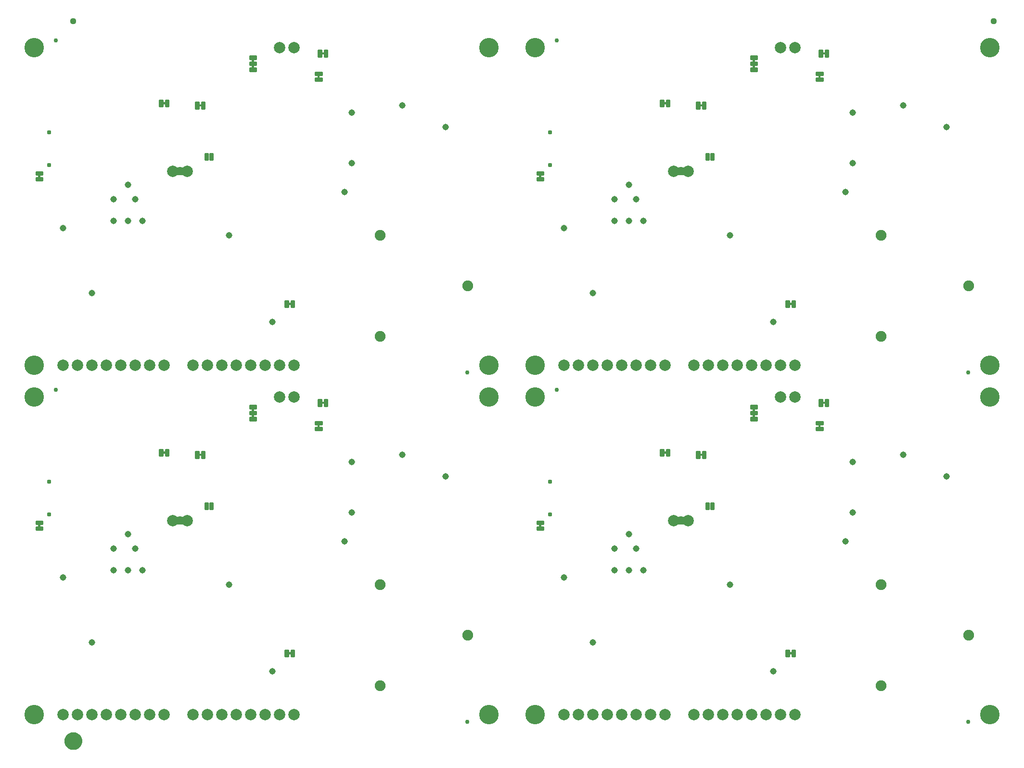
<source format=gbs>
G04 EAGLE Gerber RS-274X export*
G75*
%MOMM*%
%FSLAX34Y34*%
%LPD*%
%INSoldermask Bottom*%
%IPPOS*%
%AMOC8*
5,1,8,0,0,1.08239X$1,22.5*%
G01*
%ADD10C,0.228344*%
%ADD11C,0.762000*%
%ADD12C,3.429000*%
%ADD13C,0.777000*%
%ADD14C,2.006600*%
%ADD15C,1.143000*%
%ADD16C,1.905000*%
%ADD17C,0.228600*%
%ADD18C,1.127000*%
%ADD19C,1.270000*%
%ADD20C,1.627000*%

G36*
X1165290Y974483D02*
X1165290Y974483D01*
X1165356Y974485D01*
X1165399Y974503D01*
X1165446Y974511D01*
X1165503Y974545D01*
X1165563Y974570D01*
X1165598Y974601D01*
X1165639Y974626D01*
X1165681Y974677D01*
X1165729Y974721D01*
X1165751Y974763D01*
X1165780Y974800D01*
X1165801Y974862D01*
X1165832Y974921D01*
X1165840Y974975D01*
X1165852Y975012D01*
X1165851Y975052D01*
X1165859Y975106D01*
X1165859Y988314D01*
X1165848Y988379D01*
X1165846Y988445D01*
X1165828Y988488D01*
X1165820Y988535D01*
X1165786Y988592D01*
X1165761Y988652D01*
X1165730Y988687D01*
X1165705Y988728D01*
X1165654Y988770D01*
X1165610Y988818D01*
X1165568Y988840D01*
X1165531Y988869D01*
X1165469Y988890D01*
X1165410Y988921D01*
X1165356Y988929D01*
X1165319Y988941D01*
X1165279Y988940D01*
X1165225Y988948D01*
X1161415Y988948D01*
X1161350Y988937D01*
X1161284Y988935D01*
X1161241Y988917D01*
X1161194Y988909D01*
X1161137Y988875D01*
X1161077Y988850D01*
X1161042Y988819D01*
X1161001Y988794D01*
X1160960Y988743D01*
X1160911Y988699D01*
X1160889Y988657D01*
X1160860Y988620D01*
X1160839Y988558D01*
X1160808Y988499D01*
X1160800Y988445D01*
X1160788Y988408D01*
X1160789Y988368D01*
X1160781Y988314D01*
X1160781Y975106D01*
X1160792Y975041D01*
X1160794Y974975D01*
X1160812Y974932D01*
X1160820Y974885D01*
X1160854Y974828D01*
X1160879Y974768D01*
X1160910Y974733D01*
X1160935Y974692D01*
X1160986Y974651D01*
X1161030Y974602D01*
X1161072Y974580D01*
X1161109Y974551D01*
X1161171Y974530D01*
X1161230Y974499D01*
X1161284Y974491D01*
X1161321Y974479D01*
X1161361Y974480D01*
X1161415Y974472D01*
X1165225Y974472D01*
X1165290Y974483D01*
G37*
G36*
X283910Y974483D02*
X283910Y974483D01*
X283976Y974485D01*
X284019Y974503D01*
X284066Y974511D01*
X284123Y974545D01*
X284183Y974570D01*
X284218Y974601D01*
X284259Y974626D01*
X284301Y974677D01*
X284349Y974721D01*
X284371Y974763D01*
X284400Y974800D01*
X284421Y974862D01*
X284452Y974921D01*
X284460Y974975D01*
X284472Y975012D01*
X284471Y975052D01*
X284479Y975106D01*
X284479Y988314D01*
X284468Y988379D01*
X284466Y988445D01*
X284448Y988488D01*
X284440Y988535D01*
X284406Y988592D01*
X284381Y988652D01*
X284350Y988687D01*
X284325Y988728D01*
X284274Y988770D01*
X284230Y988818D01*
X284188Y988840D01*
X284151Y988869D01*
X284089Y988890D01*
X284030Y988921D01*
X283976Y988929D01*
X283939Y988941D01*
X283899Y988940D01*
X283845Y988948D01*
X280035Y988948D01*
X279970Y988937D01*
X279904Y988935D01*
X279861Y988917D01*
X279814Y988909D01*
X279757Y988875D01*
X279697Y988850D01*
X279662Y988819D01*
X279621Y988794D01*
X279580Y988743D01*
X279531Y988699D01*
X279509Y988657D01*
X279480Y988620D01*
X279459Y988558D01*
X279428Y988499D01*
X279420Y988445D01*
X279408Y988408D01*
X279409Y988368D01*
X279401Y988314D01*
X279401Y975106D01*
X279412Y975041D01*
X279414Y974975D01*
X279432Y974932D01*
X279440Y974885D01*
X279474Y974828D01*
X279499Y974768D01*
X279530Y974733D01*
X279555Y974692D01*
X279606Y974651D01*
X279650Y974602D01*
X279692Y974580D01*
X279729Y974551D01*
X279791Y974530D01*
X279850Y974499D01*
X279904Y974491D01*
X279941Y974479D01*
X279981Y974480D01*
X280035Y974472D01*
X283845Y974472D01*
X283910Y974483D01*
G37*
G36*
X1165290Y359803D02*
X1165290Y359803D01*
X1165356Y359805D01*
X1165399Y359823D01*
X1165446Y359831D01*
X1165503Y359865D01*
X1165563Y359890D01*
X1165598Y359921D01*
X1165639Y359946D01*
X1165681Y359997D01*
X1165729Y360041D01*
X1165751Y360083D01*
X1165780Y360120D01*
X1165801Y360182D01*
X1165832Y360241D01*
X1165840Y360295D01*
X1165852Y360332D01*
X1165851Y360372D01*
X1165859Y360426D01*
X1165859Y373634D01*
X1165848Y373699D01*
X1165846Y373765D01*
X1165828Y373808D01*
X1165820Y373855D01*
X1165786Y373912D01*
X1165761Y373972D01*
X1165730Y374007D01*
X1165705Y374048D01*
X1165654Y374090D01*
X1165610Y374138D01*
X1165568Y374160D01*
X1165531Y374189D01*
X1165469Y374210D01*
X1165410Y374241D01*
X1165356Y374249D01*
X1165319Y374261D01*
X1165279Y374260D01*
X1165225Y374268D01*
X1161415Y374268D01*
X1161350Y374257D01*
X1161284Y374255D01*
X1161241Y374237D01*
X1161194Y374229D01*
X1161137Y374195D01*
X1161077Y374170D01*
X1161042Y374139D01*
X1161001Y374114D01*
X1160960Y374063D01*
X1160911Y374019D01*
X1160889Y373977D01*
X1160860Y373940D01*
X1160839Y373878D01*
X1160808Y373819D01*
X1160800Y373765D01*
X1160788Y373728D01*
X1160789Y373688D01*
X1160781Y373634D01*
X1160781Y360426D01*
X1160792Y360361D01*
X1160794Y360295D01*
X1160812Y360252D01*
X1160820Y360205D01*
X1160854Y360148D01*
X1160879Y360088D01*
X1160910Y360053D01*
X1160935Y360012D01*
X1160986Y359971D01*
X1161030Y359922D01*
X1161072Y359900D01*
X1161109Y359871D01*
X1161171Y359850D01*
X1161230Y359819D01*
X1161284Y359811D01*
X1161321Y359799D01*
X1161361Y359800D01*
X1161415Y359792D01*
X1165225Y359792D01*
X1165290Y359803D01*
G37*
G36*
X283910Y359803D02*
X283910Y359803D01*
X283976Y359805D01*
X284019Y359823D01*
X284066Y359831D01*
X284123Y359865D01*
X284183Y359890D01*
X284218Y359921D01*
X284259Y359946D01*
X284301Y359997D01*
X284349Y360041D01*
X284371Y360083D01*
X284400Y360120D01*
X284421Y360182D01*
X284452Y360241D01*
X284460Y360295D01*
X284472Y360332D01*
X284471Y360372D01*
X284479Y360426D01*
X284479Y373634D01*
X284468Y373699D01*
X284466Y373765D01*
X284448Y373808D01*
X284440Y373855D01*
X284406Y373912D01*
X284381Y373972D01*
X284350Y374007D01*
X284325Y374048D01*
X284274Y374090D01*
X284230Y374138D01*
X284188Y374160D01*
X284151Y374189D01*
X284089Y374210D01*
X284030Y374241D01*
X283976Y374249D01*
X283939Y374261D01*
X283899Y374260D01*
X283845Y374268D01*
X280035Y374268D01*
X279970Y374257D01*
X279904Y374255D01*
X279861Y374237D01*
X279814Y374229D01*
X279757Y374195D01*
X279697Y374170D01*
X279662Y374139D01*
X279621Y374114D01*
X279580Y374063D01*
X279531Y374019D01*
X279509Y373977D01*
X279480Y373940D01*
X279459Y373878D01*
X279428Y373819D01*
X279420Y373765D01*
X279408Y373728D01*
X279409Y373688D01*
X279401Y373634D01*
X279401Y360426D01*
X279412Y360361D01*
X279414Y360295D01*
X279432Y360252D01*
X279440Y360205D01*
X279474Y360148D01*
X279499Y360088D01*
X279530Y360053D01*
X279555Y360012D01*
X279606Y359971D01*
X279650Y359922D01*
X279692Y359900D01*
X279729Y359871D01*
X279791Y359850D01*
X279850Y359819D01*
X279904Y359811D01*
X279941Y359799D01*
X279981Y359800D01*
X280035Y359792D01*
X283845Y359792D01*
X283910Y359803D01*
G37*
G36*
X35625Y970292D02*
X35625Y970292D01*
X35691Y970294D01*
X35734Y970312D01*
X35781Y970320D01*
X35838Y970354D01*
X35898Y970379D01*
X35933Y970410D01*
X35974Y970435D01*
X36016Y970486D01*
X36064Y970530D01*
X36086Y970572D01*
X36115Y970609D01*
X36136Y970671D01*
X36167Y970730D01*
X36175Y970784D01*
X36187Y970821D01*
X36186Y970861D01*
X36194Y970915D01*
X36194Y974725D01*
X36183Y974790D01*
X36181Y974856D01*
X36163Y974899D01*
X36155Y974946D01*
X36121Y975003D01*
X36096Y975063D01*
X36065Y975098D01*
X36040Y975139D01*
X35989Y975181D01*
X35945Y975229D01*
X35903Y975251D01*
X35866Y975280D01*
X35804Y975301D01*
X35745Y975332D01*
X35691Y975340D01*
X35654Y975352D01*
X35614Y975351D01*
X35560Y975359D01*
X33020Y975359D01*
X32955Y975348D01*
X32889Y975346D01*
X32846Y975328D01*
X32799Y975320D01*
X32742Y975286D01*
X32682Y975261D01*
X32647Y975230D01*
X32606Y975205D01*
X32565Y975154D01*
X32516Y975110D01*
X32494Y975068D01*
X32465Y975031D01*
X32444Y974969D01*
X32413Y974910D01*
X32405Y974856D01*
X32393Y974819D01*
X32393Y974815D01*
X32393Y974814D01*
X32394Y974779D01*
X32386Y974725D01*
X32386Y970915D01*
X32397Y970850D01*
X32399Y970784D01*
X32417Y970741D01*
X32425Y970694D01*
X32459Y970637D01*
X32484Y970577D01*
X32515Y970542D01*
X32540Y970501D01*
X32591Y970460D01*
X32635Y970411D01*
X32677Y970389D01*
X32714Y970360D01*
X32776Y970339D01*
X32835Y970308D01*
X32889Y970300D01*
X32926Y970288D01*
X32966Y970289D01*
X33020Y970281D01*
X35560Y970281D01*
X35625Y970292D01*
G37*
G36*
X917005Y970292D02*
X917005Y970292D01*
X917071Y970294D01*
X917114Y970312D01*
X917161Y970320D01*
X917218Y970354D01*
X917278Y970379D01*
X917313Y970410D01*
X917354Y970435D01*
X917396Y970486D01*
X917444Y970530D01*
X917466Y970572D01*
X917495Y970609D01*
X917516Y970671D01*
X917547Y970730D01*
X917555Y970784D01*
X917567Y970821D01*
X917566Y970861D01*
X917574Y970915D01*
X917574Y974725D01*
X917563Y974790D01*
X917561Y974856D01*
X917543Y974899D01*
X917535Y974946D01*
X917501Y975003D01*
X917476Y975063D01*
X917445Y975098D01*
X917420Y975139D01*
X917369Y975181D01*
X917325Y975229D01*
X917283Y975251D01*
X917246Y975280D01*
X917184Y975301D01*
X917125Y975332D01*
X917071Y975340D01*
X917034Y975352D01*
X916994Y975351D01*
X916940Y975359D01*
X914400Y975359D01*
X914335Y975348D01*
X914269Y975346D01*
X914226Y975328D01*
X914179Y975320D01*
X914122Y975286D01*
X914062Y975261D01*
X914027Y975230D01*
X913986Y975205D01*
X913945Y975154D01*
X913896Y975110D01*
X913874Y975068D01*
X913845Y975031D01*
X913824Y974969D01*
X913793Y974910D01*
X913785Y974856D01*
X913773Y974819D01*
X913773Y974815D01*
X913773Y974814D01*
X913774Y974779D01*
X913766Y974725D01*
X913766Y970915D01*
X913777Y970850D01*
X913779Y970784D01*
X913797Y970741D01*
X913805Y970694D01*
X913839Y970637D01*
X913864Y970577D01*
X913895Y970542D01*
X913920Y970501D01*
X913971Y970460D01*
X914015Y970411D01*
X914057Y970389D01*
X914094Y970360D01*
X914156Y970339D01*
X914215Y970308D01*
X914269Y970300D01*
X914306Y970288D01*
X914346Y970289D01*
X914400Y970281D01*
X916940Y970281D01*
X917005Y970292D01*
G37*
G36*
X1292925Y1173492D02*
X1292925Y1173492D01*
X1292991Y1173494D01*
X1293034Y1173512D01*
X1293081Y1173520D01*
X1293138Y1173554D01*
X1293198Y1173579D01*
X1293233Y1173610D01*
X1293274Y1173635D01*
X1293316Y1173686D01*
X1293364Y1173730D01*
X1293386Y1173772D01*
X1293415Y1173809D01*
X1293436Y1173871D01*
X1293467Y1173930D01*
X1293475Y1173984D01*
X1293487Y1174021D01*
X1293486Y1174061D01*
X1293494Y1174115D01*
X1293494Y1177925D01*
X1293483Y1177990D01*
X1293481Y1178056D01*
X1293463Y1178099D01*
X1293455Y1178146D01*
X1293421Y1178203D01*
X1293396Y1178263D01*
X1293365Y1178298D01*
X1293340Y1178339D01*
X1293289Y1178381D01*
X1293245Y1178429D01*
X1293203Y1178451D01*
X1293166Y1178480D01*
X1293104Y1178501D01*
X1293045Y1178532D01*
X1292991Y1178540D01*
X1292954Y1178552D01*
X1292914Y1178551D01*
X1292860Y1178559D01*
X1290320Y1178559D01*
X1290255Y1178548D01*
X1290189Y1178546D01*
X1290146Y1178528D01*
X1290099Y1178520D01*
X1290042Y1178486D01*
X1289982Y1178461D01*
X1289947Y1178430D01*
X1289906Y1178405D01*
X1289865Y1178354D01*
X1289816Y1178310D01*
X1289794Y1178268D01*
X1289765Y1178231D01*
X1289744Y1178169D01*
X1289713Y1178110D01*
X1289705Y1178056D01*
X1289693Y1178019D01*
X1289693Y1178015D01*
X1289693Y1178014D01*
X1289694Y1177979D01*
X1289686Y1177925D01*
X1289686Y1174115D01*
X1289697Y1174050D01*
X1289699Y1173984D01*
X1289717Y1173941D01*
X1289725Y1173894D01*
X1289759Y1173837D01*
X1289784Y1173777D01*
X1289815Y1173742D01*
X1289840Y1173701D01*
X1289891Y1173660D01*
X1289935Y1173611D01*
X1289977Y1173589D01*
X1290014Y1173560D01*
X1290076Y1173539D01*
X1290135Y1173508D01*
X1290189Y1173500D01*
X1290226Y1173488D01*
X1290266Y1173489D01*
X1290320Y1173481D01*
X1292860Y1173481D01*
X1292925Y1173492D01*
G37*
G36*
X411545Y1173492D02*
X411545Y1173492D01*
X411611Y1173494D01*
X411654Y1173512D01*
X411701Y1173520D01*
X411758Y1173554D01*
X411818Y1173579D01*
X411853Y1173610D01*
X411894Y1173635D01*
X411936Y1173686D01*
X411984Y1173730D01*
X412006Y1173772D01*
X412035Y1173809D01*
X412056Y1173871D01*
X412087Y1173930D01*
X412095Y1173984D01*
X412107Y1174021D01*
X412106Y1174061D01*
X412114Y1174115D01*
X412114Y1177925D01*
X412103Y1177990D01*
X412101Y1178056D01*
X412083Y1178099D01*
X412075Y1178146D01*
X412041Y1178203D01*
X412016Y1178263D01*
X411985Y1178298D01*
X411960Y1178339D01*
X411909Y1178381D01*
X411865Y1178429D01*
X411823Y1178451D01*
X411786Y1178480D01*
X411724Y1178501D01*
X411665Y1178532D01*
X411611Y1178540D01*
X411574Y1178552D01*
X411534Y1178551D01*
X411480Y1178559D01*
X408940Y1178559D01*
X408875Y1178548D01*
X408809Y1178546D01*
X408766Y1178528D01*
X408719Y1178520D01*
X408662Y1178486D01*
X408602Y1178461D01*
X408567Y1178430D01*
X408526Y1178405D01*
X408485Y1178354D01*
X408436Y1178310D01*
X408414Y1178268D01*
X408385Y1178231D01*
X408364Y1178169D01*
X408333Y1178110D01*
X408325Y1178056D01*
X408313Y1178019D01*
X408313Y1178015D01*
X408313Y1178014D01*
X408314Y1177979D01*
X408306Y1177925D01*
X408306Y1174115D01*
X408317Y1174050D01*
X408319Y1173984D01*
X408337Y1173941D01*
X408345Y1173894D01*
X408379Y1173837D01*
X408404Y1173777D01*
X408435Y1173742D01*
X408460Y1173701D01*
X408511Y1173660D01*
X408555Y1173611D01*
X408597Y1173589D01*
X408634Y1173560D01*
X408696Y1173539D01*
X408755Y1173508D01*
X408809Y1173500D01*
X408846Y1173488D01*
X408886Y1173489D01*
X408940Y1173481D01*
X411480Y1173481D01*
X411545Y1173492D01*
G37*
G36*
X1292925Y1163332D02*
X1292925Y1163332D01*
X1292991Y1163334D01*
X1293034Y1163352D01*
X1293081Y1163360D01*
X1293138Y1163394D01*
X1293198Y1163419D01*
X1293233Y1163450D01*
X1293274Y1163475D01*
X1293316Y1163526D01*
X1293364Y1163570D01*
X1293386Y1163612D01*
X1293415Y1163649D01*
X1293436Y1163711D01*
X1293467Y1163770D01*
X1293475Y1163824D01*
X1293487Y1163861D01*
X1293486Y1163901D01*
X1293494Y1163955D01*
X1293494Y1167765D01*
X1293483Y1167830D01*
X1293481Y1167896D01*
X1293463Y1167939D01*
X1293455Y1167986D01*
X1293421Y1168043D01*
X1293396Y1168103D01*
X1293365Y1168138D01*
X1293340Y1168179D01*
X1293289Y1168221D01*
X1293245Y1168269D01*
X1293203Y1168291D01*
X1293166Y1168320D01*
X1293104Y1168341D01*
X1293045Y1168372D01*
X1292991Y1168380D01*
X1292954Y1168392D01*
X1292914Y1168391D01*
X1292860Y1168399D01*
X1290320Y1168399D01*
X1290255Y1168388D01*
X1290189Y1168386D01*
X1290146Y1168368D01*
X1290099Y1168360D01*
X1290042Y1168326D01*
X1289982Y1168301D01*
X1289947Y1168270D01*
X1289906Y1168245D01*
X1289865Y1168194D01*
X1289816Y1168150D01*
X1289794Y1168108D01*
X1289765Y1168071D01*
X1289744Y1168009D01*
X1289713Y1167950D01*
X1289705Y1167896D01*
X1289693Y1167859D01*
X1289693Y1167855D01*
X1289693Y1167854D01*
X1289694Y1167819D01*
X1289686Y1167765D01*
X1289686Y1163955D01*
X1289697Y1163890D01*
X1289699Y1163824D01*
X1289717Y1163781D01*
X1289725Y1163734D01*
X1289759Y1163677D01*
X1289784Y1163617D01*
X1289815Y1163582D01*
X1289840Y1163541D01*
X1289891Y1163500D01*
X1289935Y1163451D01*
X1289977Y1163429D01*
X1290014Y1163400D01*
X1290076Y1163379D01*
X1290135Y1163348D01*
X1290189Y1163340D01*
X1290226Y1163328D01*
X1290266Y1163329D01*
X1290320Y1163321D01*
X1292860Y1163321D01*
X1292925Y1163332D01*
G37*
G36*
X411545Y1163332D02*
X411545Y1163332D01*
X411611Y1163334D01*
X411654Y1163352D01*
X411701Y1163360D01*
X411758Y1163394D01*
X411818Y1163419D01*
X411853Y1163450D01*
X411894Y1163475D01*
X411936Y1163526D01*
X411984Y1163570D01*
X412006Y1163612D01*
X412035Y1163649D01*
X412056Y1163711D01*
X412087Y1163770D01*
X412095Y1163824D01*
X412107Y1163861D01*
X412106Y1163901D01*
X412114Y1163955D01*
X412114Y1167765D01*
X412103Y1167830D01*
X412101Y1167896D01*
X412083Y1167939D01*
X412075Y1167986D01*
X412041Y1168043D01*
X412016Y1168103D01*
X411985Y1168138D01*
X411960Y1168179D01*
X411909Y1168221D01*
X411865Y1168269D01*
X411823Y1168291D01*
X411786Y1168320D01*
X411724Y1168341D01*
X411665Y1168372D01*
X411611Y1168380D01*
X411574Y1168392D01*
X411534Y1168391D01*
X411480Y1168399D01*
X408940Y1168399D01*
X408875Y1168388D01*
X408809Y1168386D01*
X408766Y1168368D01*
X408719Y1168360D01*
X408662Y1168326D01*
X408602Y1168301D01*
X408567Y1168270D01*
X408526Y1168245D01*
X408485Y1168194D01*
X408436Y1168150D01*
X408414Y1168108D01*
X408385Y1168071D01*
X408364Y1168009D01*
X408333Y1167950D01*
X408325Y1167896D01*
X408313Y1167859D01*
X408313Y1167855D01*
X408313Y1167854D01*
X408314Y1167819D01*
X408306Y1167765D01*
X408306Y1163955D01*
X408317Y1163890D01*
X408319Y1163824D01*
X408337Y1163781D01*
X408345Y1163734D01*
X408379Y1163677D01*
X408404Y1163617D01*
X408435Y1163582D01*
X408460Y1163541D01*
X408511Y1163500D01*
X408555Y1163451D01*
X408597Y1163429D01*
X408634Y1163400D01*
X408696Y1163379D01*
X408755Y1163348D01*
X408809Y1163340D01*
X408846Y1163328D01*
X408886Y1163329D01*
X408940Y1163321D01*
X411480Y1163321D01*
X411545Y1163332D01*
G37*
G36*
X1408495Y1145552D02*
X1408495Y1145552D01*
X1408561Y1145554D01*
X1408604Y1145572D01*
X1408651Y1145580D01*
X1408708Y1145614D01*
X1408768Y1145639D01*
X1408803Y1145670D01*
X1408844Y1145695D01*
X1408886Y1145746D01*
X1408934Y1145790D01*
X1408956Y1145832D01*
X1408985Y1145869D01*
X1409006Y1145931D01*
X1409037Y1145990D01*
X1409045Y1146044D01*
X1409057Y1146081D01*
X1409056Y1146121D01*
X1409064Y1146175D01*
X1409064Y1149985D01*
X1409053Y1150050D01*
X1409051Y1150116D01*
X1409033Y1150159D01*
X1409025Y1150206D01*
X1408991Y1150263D01*
X1408966Y1150323D01*
X1408935Y1150358D01*
X1408910Y1150399D01*
X1408859Y1150441D01*
X1408815Y1150489D01*
X1408773Y1150511D01*
X1408736Y1150540D01*
X1408674Y1150561D01*
X1408615Y1150592D01*
X1408561Y1150600D01*
X1408524Y1150612D01*
X1408484Y1150611D01*
X1408430Y1150619D01*
X1405890Y1150619D01*
X1405825Y1150608D01*
X1405759Y1150606D01*
X1405716Y1150588D01*
X1405669Y1150580D01*
X1405612Y1150546D01*
X1405552Y1150521D01*
X1405517Y1150490D01*
X1405476Y1150465D01*
X1405435Y1150414D01*
X1405386Y1150370D01*
X1405364Y1150328D01*
X1405335Y1150291D01*
X1405314Y1150229D01*
X1405283Y1150170D01*
X1405275Y1150116D01*
X1405263Y1150079D01*
X1405263Y1150075D01*
X1405263Y1150074D01*
X1405264Y1150039D01*
X1405256Y1149985D01*
X1405256Y1146175D01*
X1405267Y1146110D01*
X1405269Y1146044D01*
X1405287Y1146001D01*
X1405295Y1145954D01*
X1405329Y1145897D01*
X1405354Y1145837D01*
X1405385Y1145802D01*
X1405410Y1145761D01*
X1405461Y1145720D01*
X1405505Y1145671D01*
X1405547Y1145649D01*
X1405584Y1145620D01*
X1405646Y1145599D01*
X1405705Y1145568D01*
X1405759Y1145560D01*
X1405796Y1145548D01*
X1405836Y1145549D01*
X1405890Y1145541D01*
X1408430Y1145541D01*
X1408495Y1145552D01*
G37*
G36*
X527115Y1145552D02*
X527115Y1145552D01*
X527181Y1145554D01*
X527224Y1145572D01*
X527271Y1145580D01*
X527328Y1145614D01*
X527388Y1145639D01*
X527423Y1145670D01*
X527464Y1145695D01*
X527506Y1145746D01*
X527554Y1145790D01*
X527576Y1145832D01*
X527605Y1145869D01*
X527626Y1145931D01*
X527657Y1145990D01*
X527665Y1146044D01*
X527677Y1146081D01*
X527676Y1146121D01*
X527684Y1146175D01*
X527684Y1149985D01*
X527673Y1150050D01*
X527671Y1150116D01*
X527653Y1150159D01*
X527645Y1150206D01*
X527611Y1150263D01*
X527586Y1150323D01*
X527555Y1150358D01*
X527530Y1150399D01*
X527479Y1150441D01*
X527435Y1150489D01*
X527393Y1150511D01*
X527356Y1150540D01*
X527294Y1150561D01*
X527235Y1150592D01*
X527181Y1150600D01*
X527144Y1150612D01*
X527104Y1150611D01*
X527050Y1150619D01*
X524510Y1150619D01*
X524445Y1150608D01*
X524379Y1150606D01*
X524336Y1150588D01*
X524289Y1150580D01*
X524232Y1150546D01*
X524172Y1150521D01*
X524137Y1150490D01*
X524096Y1150465D01*
X524055Y1150414D01*
X524006Y1150370D01*
X523984Y1150328D01*
X523955Y1150291D01*
X523934Y1150229D01*
X523903Y1150170D01*
X523895Y1150116D01*
X523883Y1150079D01*
X523883Y1150075D01*
X523883Y1150074D01*
X523884Y1150039D01*
X523876Y1149985D01*
X523876Y1146175D01*
X523887Y1146110D01*
X523889Y1146044D01*
X523907Y1146001D01*
X523915Y1145954D01*
X523949Y1145897D01*
X523974Y1145837D01*
X524005Y1145802D01*
X524030Y1145761D01*
X524081Y1145720D01*
X524125Y1145671D01*
X524167Y1145649D01*
X524204Y1145620D01*
X524266Y1145599D01*
X524325Y1145568D01*
X524379Y1145560D01*
X524416Y1145548D01*
X524456Y1145549D01*
X524510Y1145541D01*
X527050Y1145541D01*
X527115Y1145552D01*
G37*
G36*
X1292925Y558812D02*
X1292925Y558812D01*
X1292991Y558814D01*
X1293034Y558832D01*
X1293081Y558840D01*
X1293138Y558874D01*
X1293198Y558899D01*
X1293233Y558930D01*
X1293274Y558955D01*
X1293316Y559006D01*
X1293364Y559050D01*
X1293386Y559092D01*
X1293415Y559129D01*
X1293436Y559191D01*
X1293467Y559250D01*
X1293475Y559304D01*
X1293487Y559341D01*
X1293486Y559381D01*
X1293494Y559435D01*
X1293494Y563245D01*
X1293483Y563310D01*
X1293481Y563376D01*
X1293463Y563419D01*
X1293455Y563466D01*
X1293421Y563523D01*
X1293396Y563583D01*
X1293365Y563618D01*
X1293340Y563659D01*
X1293289Y563701D01*
X1293245Y563749D01*
X1293203Y563771D01*
X1293166Y563800D01*
X1293104Y563821D01*
X1293045Y563852D01*
X1292991Y563860D01*
X1292954Y563872D01*
X1292914Y563871D01*
X1292860Y563879D01*
X1290320Y563879D01*
X1290255Y563868D01*
X1290189Y563866D01*
X1290146Y563848D01*
X1290099Y563840D01*
X1290042Y563806D01*
X1289982Y563781D01*
X1289947Y563750D01*
X1289906Y563725D01*
X1289865Y563674D01*
X1289816Y563630D01*
X1289794Y563588D01*
X1289765Y563551D01*
X1289744Y563489D01*
X1289713Y563430D01*
X1289705Y563376D01*
X1289693Y563339D01*
X1289693Y563335D01*
X1289693Y563334D01*
X1289694Y563299D01*
X1289686Y563245D01*
X1289686Y559435D01*
X1289697Y559370D01*
X1289699Y559304D01*
X1289717Y559261D01*
X1289725Y559214D01*
X1289759Y559157D01*
X1289784Y559097D01*
X1289815Y559062D01*
X1289840Y559021D01*
X1289891Y558980D01*
X1289935Y558931D01*
X1289977Y558909D01*
X1290014Y558880D01*
X1290076Y558859D01*
X1290135Y558828D01*
X1290189Y558820D01*
X1290226Y558808D01*
X1290266Y558809D01*
X1290320Y558801D01*
X1292860Y558801D01*
X1292925Y558812D01*
G37*
G36*
X411545Y558812D02*
X411545Y558812D01*
X411611Y558814D01*
X411654Y558832D01*
X411701Y558840D01*
X411758Y558874D01*
X411818Y558899D01*
X411853Y558930D01*
X411894Y558955D01*
X411936Y559006D01*
X411984Y559050D01*
X412006Y559092D01*
X412035Y559129D01*
X412056Y559191D01*
X412087Y559250D01*
X412095Y559304D01*
X412107Y559341D01*
X412106Y559381D01*
X412114Y559435D01*
X412114Y563245D01*
X412103Y563310D01*
X412101Y563376D01*
X412083Y563419D01*
X412075Y563466D01*
X412041Y563523D01*
X412016Y563583D01*
X411985Y563618D01*
X411960Y563659D01*
X411909Y563701D01*
X411865Y563749D01*
X411823Y563771D01*
X411786Y563800D01*
X411724Y563821D01*
X411665Y563852D01*
X411611Y563860D01*
X411574Y563872D01*
X411534Y563871D01*
X411480Y563879D01*
X408940Y563879D01*
X408875Y563868D01*
X408809Y563866D01*
X408766Y563848D01*
X408719Y563840D01*
X408662Y563806D01*
X408602Y563781D01*
X408567Y563750D01*
X408526Y563725D01*
X408485Y563674D01*
X408436Y563630D01*
X408414Y563588D01*
X408385Y563551D01*
X408364Y563489D01*
X408333Y563430D01*
X408325Y563376D01*
X408313Y563339D01*
X408313Y563335D01*
X408313Y563334D01*
X408314Y563299D01*
X408306Y563245D01*
X408306Y559435D01*
X408317Y559370D01*
X408319Y559304D01*
X408337Y559261D01*
X408345Y559214D01*
X408379Y559157D01*
X408404Y559097D01*
X408435Y559062D01*
X408460Y559021D01*
X408511Y558980D01*
X408555Y558931D01*
X408597Y558909D01*
X408634Y558880D01*
X408696Y558859D01*
X408755Y558828D01*
X408809Y558820D01*
X408846Y558808D01*
X408886Y558809D01*
X408940Y558801D01*
X411480Y558801D01*
X411545Y558812D01*
G37*
G36*
X1292925Y548652D02*
X1292925Y548652D01*
X1292991Y548654D01*
X1293034Y548672D01*
X1293081Y548680D01*
X1293138Y548714D01*
X1293198Y548739D01*
X1293233Y548770D01*
X1293274Y548795D01*
X1293316Y548846D01*
X1293364Y548890D01*
X1293386Y548932D01*
X1293415Y548969D01*
X1293436Y549031D01*
X1293467Y549090D01*
X1293475Y549144D01*
X1293487Y549181D01*
X1293486Y549221D01*
X1293494Y549275D01*
X1293494Y553085D01*
X1293483Y553150D01*
X1293481Y553216D01*
X1293463Y553259D01*
X1293455Y553306D01*
X1293421Y553363D01*
X1293396Y553423D01*
X1293365Y553458D01*
X1293340Y553499D01*
X1293289Y553541D01*
X1293245Y553589D01*
X1293203Y553611D01*
X1293166Y553640D01*
X1293104Y553661D01*
X1293045Y553692D01*
X1292991Y553700D01*
X1292954Y553712D01*
X1292914Y553711D01*
X1292860Y553719D01*
X1290320Y553719D01*
X1290255Y553708D01*
X1290189Y553706D01*
X1290146Y553688D01*
X1290099Y553680D01*
X1290042Y553646D01*
X1289982Y553621D01*
X1289947Y553590D01*
X1289906Y553565D01*
X1289865Y553514D01*
X1289816Y553470D01*
X1289794Y553428D01*
X1289765Y553391D01*
X1289744Y553329D01*
X1289713Y553270D01*
X1289705Y553216D01*
X1289693Y553179D01*
X1289693Y553175D01*
X1289693Y553174D01*
X1289694Y553139D01*
X1289686Y553085D01*
X1289686Y549275D01*
X1289697Y549210D01*
X1289699Y549144D01*
X1289717Y549101D01*
X1289725Y549054D01*
X1289759Y548997D01*
X1289784Y548937D01*
X1289815Y548902D01*
X1289840Y548861D01*
X1289891Y548820D01*
X1289935Y548771D01*
X1289977Y548749D01*
X1290014Y548720D01*
X1290076Y548699D01*
X1290135Y548668D01*
X1290189Y548660D01*
X1290226Y548648D01*
X1290266Y548649D01*
X1290320Y548641D01*
X1292860Y548641D01*
X1292925Y548652D01*
G37*
G36*
X411545Y548652D02*
X411545Y548652D01*
X411611Y548654D01*
X411654Y548672D01*
X411701Y548680D01*
X411758Y548714D01*
X411818Y548739D01*
X411853Y548770D01*
X411894Y548795D01*
X411936Y548846D01*
X411984Y548890D01*
X412006Y548932D01*
X412035Y548969D01*
X412056Y549031D01*
X412087Y549090D01*
X412095Y549144D01*
X412107Y549181D01*
X412106Y549221D01*
X412114Y549275D01*
X412114Y553085D01*
X412103Y553150D01*
X412101Y553216D01*
X412083Y553259D01*
X412075Y553306D01*
X412041Y553363D01*
X412016Y553423D01*
X411985Y553458D01*
X411960Y553499D01*
X411909Y553541D01*
X411865Y553589D01*
X411823Y553611D01*
X411786Y553640D01*
X411724Y553661D01*
X411665Y553692D01*
X411611Y553700D01*
X411574Y553712D01*
X411534Y553711D01*
X411480Y553719D01*
X408940Y553719D01*
X408875Y553708D01*
X408809Y553706D01*
X408766Y553688D01*
X408719Y553680D01*
X408662Y553646D01*
X408602Y553621D01*
X408567Y553590D01*
X408526Y553565D01*
X408485Y553514D01*
X408436Y553470D01*
X408414Y553428D01*
X408385Y553391D01*
X408364Y553329D01*
X408333Y553270D01*
X408325Y553216D01*
X408313Y553179D01*
X408313Y553175D01*
X408313Y553174D01*
X408314Y553139D01*
X408306Y553085D01*
X408306Y549275D01*
X408317Y549210D01*
X408319Y549144D01*
X408337Y549101D01*
X408345Y549054D01*
X408379Y548997D01*
X408404Y548937D01*
X408435Y548902D01*
X408460Y548861D01*
X408511Y548820D01*
X408555Y548771D01*
X408597Y548749D01*
X408634Y548720D01*
X408696Y548699D01*
X408755Y548668D01*
X408809Y548660D01*
X408846Y548648D01*
X408886Y548649D01*
X408940Y548641D01*
X411480Y548641D01*
X411545Y548652D01*
G37*
G36*
X1408495Y530872D02*
X1408495Y530872D01*
X1408561Y530874D01*
X1408604Y530892D01*
X1408651Y530900D01*
X1408708Y530934D01*
X1408768Y530959D01*
X1408803Y530990D01*
X1408844Y531015D01*
X1408886Y531066D01*
X1408934Y531110D01*
X1408956Y531152D01*
X1408985Y531189D01*
X1409006Y531251D01*
X1409037Y531310D01*
X1409045Y531364D01*
X1409057Y531401D01*
X1409056Y531441D01*
X1409064Y531495D01*
X1409064Y535305D01*
X1409053Y535370D01*
X1409051Y535436D01*
X1409033Y535479D01*
X1409025Y535526D01*
X1408991Y535583D01*
X1408966Y535643D01*
X1408935Y535678D01*
X1408910Y535719D01*
X1408859Y535761D01*
X1408815Y535809D01*
X1408773Y535831D01*
X1408736Y535860D01*
X1408674Y535881D01*
X1408615Y535912D01*
X1408561Y535920D01*
X1408524Y535932D01*
X1408484Y535931D01*
X1408430Y535939D01*
X1405890Y535939D01*
X1405825Y535928D01*
X1405759Y535926D01*
X1405716Y535908D01*
X1405669Y535900D01*
X1405612Y535866D01*
X1405552Y535841D01*
X1405517Y535810D01*
X1405476Y535785D01*
X1405435Y535734D01*
X1405386Y535690D01*
X1405364Y535648D01*
X1405335Y535611D01*
X1405314Y535549D01*
X1405283Y535490D01*
X1405275Y535436D01*
X1405263Y535399D01*
X1405263Y535395D01*
X1405263Y535394D01*
X1405264Y535359D01*
X1405256Y535305D01*
X1405256Y531495D01*
X1405267Y531430D01*
X1405269Y531364D01*
X1405287Y531321D01*
X1405295Y531274D01*
X1405329Y531217D01*
X1405354Y531157D01*
X1405385Y531122D01*
X1405410Y531081D01*
X1405461Y531040D01*
X1405505Y530991D01*
X1405547Y530969D01*
X1405584Y530940D01*
X1405646Y530919D01*
X1405705Y530888D01*
X1405759Y530880D01*
X1405796Y530868D01*
X1405836Y530869D01*
X1405890Y530861D01*
X1408430Y530861D01*
X1408495Y530872D01*
G37*
G36*
X527115Y530872D02*
X527115Y530872D01*
X527181Y530874D01*
X527224Y530892D01*
X527271Y530900D01*
X527328Y530934D01*
X527388Y530959D01*
X527423Y530990D01*
X527464Y531015D01*
X527506Y531066D01*
X527554Y531110D01*
X527576Y531152D01*
X527605Y531189D01*
X527626Y531251D01*
X527657Y531310D01*
X527665Y531364D01*
X527677Y531401D01*
X527676Y531441D01*
X527684Y531495D01*
X527684Y535305D01*
X527673Y535370D01*
X527671Y535436D01*
X527653Y535479D01*
X527645Y535526D01*
X527611Y535583D01*
X527586Y535643D01*
X527555Y535678D01*
X527530Y535719D01*
X527479Y535761D01*
X527435Y535809D01*
X527393Y535831D01*
X527356Y535860D01*
X527294Y535881D01*
X527235Y535912D01*
X527181Y535920D01*
X527144Y535932D01*
X527104Y535931D01*
X527050Y535939D01*
X524510Y535939D01*
X524445Y535928D01*
X524379Y535926D01*
X524336Y535908D01*
X524289Y535900D01*
X524232Y535866D01*
X524172Y535841D01*
X524137Y535810D01*
X524096Y535785D01*
X524055Y535734D01*
X524006Y535690D01*
X523984Y535648D01*
X523955Y535611D01*
X523934Y535549D01*
X523903Y535490D01*
X523895Y535436D01*
X523883Y535399D01*
X523883Y535395D01*
X523883Y535394D01*
X523884Y535359D01*
X523876Y535305D01*
X523876Y531495D01*
X523887Y531430D01*
X523889Y531364D01*
X523907Y531321D01*
X523915Y531274D01*
X523949Y531217D01*
X523974Y531157D01*
X524005Y531122D01*
X524030Y531081D01*
X524081Y531040D01*
X524125Y530991D01*
X524167Y530969D01*
X524204Y530940D01*
X524266Y530919D01*
X524325Y530888D01*
X524379Y530880D01*
X524416Y530868D01*
X524456Y530869D01*
X524510Y530861D01*
X527050Y530861D01*
X527115Y530872D01*
G37*
G36*
X917005Y355612D02*
X917005Y355612D01*
X917071Y355614D01*
X917114Y355632D01*
X917161Y355640D01*
X917218Y355674D01*
X917278Y355699D01*
X917313Y355730D01*
X917354Y355755D01*
X917396Y355806D01*
X917444Y355850D01*
X917466Y355892D01*
X917495Y355929D01*
X917516Y355991D01*
X917547Y356050D01*
X917555Y356104D01*
X917567Y356141D01*
X917566Y356181D01*
X917574Y356235D01*
X917574Y360045D01*
X917563Y360110D01*
X917561Y360176D01*
X917543Y360219D01*
X917535Y360266D01*
X917501Y360323D01*
X917476Y360383D01*
X917445Y360418D01*
X917420Y360459D01*
X917369Y360501D01*
X917325Y360549D01*
X917283Y360571D01*
X917246Y360600D01*
X917184Y360621D01*
X917125Y360652D01*
X917071Y360660D01*
X917034Y360672D01*
X916994Y360671D01*
X916940Y360679D01*
X914400Y360679D01*
X914335Y360668D01*
X914269Y360666D01*
X914226Y360648D01*
X914179Y360640D01*
X914122Y360606D01*
X914062Y360581D01*
X914027Y360550D01*
X913986Y360525D01*
X913945Y360474D01*
X913896Y360430D01*
X913874Y360388D01*
X913845Y360351D01*
X913824Y360289D01*
X913793Y360230D01*
X913785Y360176D01*
X913773Y360139D01*
X913773Y360135D01*
X913773Y360134D01*
X913774Y360099D01*
X913766Y360045D01*
X913766Y356235D01*
X913777Y356170D01*
X913779Y356104D01*
X913797Y356061D01*
X913805Y356014D01*
X913839Y355957D01*
X913864Y355897D01*
X913895Y355862D01*
X913920Y355821D01*
X913971Y355780D01*
X914015Y355731D01*
X914057Y355709D01*
X914094Y355680D01*
X914156Y355659D01*
X914215Y355628D01*
X914269Y355620D01*
X914306Y355608D01*
X914346Y355609D01*
X914400Y355601D01*
X916940Y355601D01*
X917005Y355612D01*
G37*
G36*
X35625Y355612D02*
X35625Y355612D01*
X35691Y355614D01*
X35734Y355632D01*
X35781Y355640D01*
X35838Y355674D01*
X35898Y355699D01*
X35933Y355730D01*
X35974Y355755D01*
X36016Y355806D01*
X36064Y355850D01*
X36086Y355892D01*
X36115Y355929D01*
X36136Y355991D01*
X36167Y356050D01*
X36175Y356104D01*
X36187Y356141D01*
X36186Y356181D01*
X36194Y356235D01*
X36194Y360045D01*
X36183Y360110D01*
X36181Y360176D01*
X36163Y360219D01*
X36155Y360266D01*
X36121Y360323D01*
X36096Y360383D01*
X36065Y360418D01*
X36040Y360459D01*
X35989Y360501D01*
X35945Y360549D01*
X35903Y360571D01*
X35866Y360600D01*
X35804Y360621D01*
X35745Y360652D01*
X35691Y360660D01*
X35654Y360672D01*
X35614Y360671D01*
X35560Y360679D01*
X33020Y360679D01*
X32955Y360668D01*
X32889Y360666D01*
X32846Y360648D01*
X32799Y360640D01*
X32742Y360606D01*
X32682Y360581D01*
X32647Y360550D01*
X32606Y360525D01*
X32565Y360474D01*
X32516Y360430D01*
X32494Y360388D01*
X32465Y360351D01*
X32444Y360289D01*
X32413Y360230D01*
X32405Y360176D01*
X32393Y360139D01*
X32393Y360135D01*
X32393Y360134D01*
X32394Y360099D01*
X32386Y360045D01*
X32386Y356235D01*
X32397Y356170D01*
X32399Y356104D01*
X32417Y356061D01*
X32425Y356014D01*
X32459Y355957D01*
X32484Y355897D01*
X32515Y355862D01*
X32540Y355821D01*
X32591Y355780D01*
X32635Y355731D01*
X32677Y355709D01*
X32714Y355680D01*
X32776Y355659D01*
X32835Y355628D01*
X32889Y355620D01*
X32926Y355608D01*
X32966Y355609D01*
X33020Y355601D01*
X35560Y355601D01*
X35625Y355612D01*
G37*
G36*
X1358330Y746137D02*
X1358330Y746137D01*
X1358396Y746139D01*
X1358439Y746157D01*
X1358486Y746165D01*
X1358543Y746199D01*
X1358603Y746224D01*
X1358638Y746255D01*
X1358679Y746280D01*
X1358721Y746331D01*
X1358769Y746375D01*
X1358791Y746417D01*
X1358820Y746454D01*
X1358841Y746516D01*
X1358872Y746575D01*
X1358880Y746629D01*
X1358892Y746666D01*
X1358891Y746706D01*
X1358899Y746760D01*
X1358899Y749300D01*
X1358888Y749365D01*
X1358886Y749431D01*
X1358868Y749474D01*
X1358860Y749521D01*
X1358826Y749578D01*
X1358801Y749638D01*
X1358770Y749673D01*
X1358745Y749714D01*
X1358694Y749756D01*
X1358650Y749804D01*
X1358608Y749826D01*
X1358571Y749855D01*
X1358509Y749876D01*
X1358450Y749907D01*
X1358396Y749915D01*
X1358359Y749927D01*
X1358319Y749926D01*
X1358265Y749934D01*
X1354455Y749934D01*
X1354390Y749923D01*
X1354324Y749921D01*
X1354281Y749903D01*
X1354234Y749895D01*
X1354177Y749861D01*
X1354117Y749836D01*
X1354082Y749805D01*
X1354041Y749780D01*
X1354000Y749729D01*
X1353951Y749685D01*
X1353929Y749643D01*
X1353900Y749606D01*
X1353879Y749544D01*
X1353848Y749485D01*
X1353840Y749431D01*
X1353828Y749394D01*
X1353828Y749391D01*
X1353829Y749354D01*
X1353821Y749300D01*
X1353821Y746760D01*
X1353832Y746695D01*
X1353834Y746629D01*
X1353852Y746586D01*
X1353860Y746539D01*
X1353894Y746482D01*
X1353919Y746422D01*
X1353950Y746387D01*
X1353975Y746346D01*
X1354026Y746305D01*
X1354070Y746256D01*
X1354112Y746234D01*
X1354149Y746205D01*
X1354211Y746184D01*
X1354270Y746153D01*
X1354324Y746145D01*
X1354361Y746133D01*
X1354401Y746134D01*
X1354455Y746126D01*
X1358265Y746126D01*
X1358330Y746137D01*
G37*
G36*
X476950Y746137D02*
X476950Y746137D01*
X477016Y746139D01*
X477059Y746157D01*
X477106Y746165D01*
X477163Y746199D01*
X477223Y746224D01*
X477258Y746255D01*
X477299Y746280D01*
X477341Y746331D01*
X477389Y746375D01*
X477411Y746417D01*
X477440Y746454D01*
X477461Y746516D01*
X477492Y746575D01*
X477500Y746629D01*
X477512Y746666D01*
X477511Y746706D01*
X477519Y746760D01*
X477519Y749300D01*
X477508Y749365D01*
X477506Y749431D01*
X477488Y749474D01*
X477480Y749521D01*
X477446Y749578D01*
X477421Y749638D01*
X477390Y749673D01*
X477365Y749714D01*
X477314Y749756D01*
X477270Y749804D01*
X477228Y749826D01*
X477191Y749855D01*
X477129Y749876D01*
X477070Y749907D01*
X477016Y749915D01*
X476979Y749927D01*
X476939Y749926D01*
X476885Y749934D01*
X473075Y749934D01*
X473010Y749923D01*
X472944Y749921D01*
X472901Y749903D01*
X472854Y749895D01*
X472797Y749861D01*
X472737Y749836D01*
X472702Y749805D01*
X472661Y749780D01*
X472620Y749729D01*
X472571Y749685D01*
X472549Y749643D01*
X472520Y749606D01*
X472499Y749544D01*
X472468Y749485D01*
X472460Y749431D01*
X472448Y749394D01*
X472448Y749391D01*
X472449Y749354D01*
X472441Y749300D01*
X472441Y746760D01*
X472452Y746695D01*
X472454Y746629D01*
X472472Y746586D01*
X472480Y746539D01*
X472514Y746482D01*
X472539Y746422D01*
X472570Y746387D01*
X472595Y746346D01*
X472646Y746305D01*
X472690Y746256D01*
X472732Y746234D01*
X472769Y746205D01*
X472831Y746184D01*
X472890Y746153D01*
X472944Y746145D01*
X472981Y746133D01*
X473021Y746134D01*
X473075Y746126D01*
X476885Y746126D01*
X476950Y746137D01*
G37*
G36*
X1137350Y1099197D02*
X1137350Y1099197D01*
X1137416Y1099199D01*
X1137459Y1099217D01*
X1137506Y1099225D01*
X1137563Y1099259D01*
X1137623Y1099284D01*
X1137658Y1099315D01*
X1137699Y1099340D01*
X1137741Y1099391D01*
X1137789Y1099435D01*
X1137811Y1099477D01*
X1137840Y1099514D01*
X1137861Y1099576D01*
X1137892Y1099635D01*
X1137900Y1099689D01*
X1137912Y1099726D01*
X1137911Y1099766D01*
X1137919Y1099820D01*
X1137919Y1102360D01*
X1137908Y1102425D01*
X1137906Y1102491D01*
X1137888Y1102534D01*
X1137880Y1102581D01*
X1137846Y1102638D01*
X1137821Y1102698D01*
X1137790Y1102733D01*
X1137765Y1102774D01*
X1137714Y1102816D01*
X1137670Y1102864D01*
X1137628Y1102886D01*
X1137591Y1102915D01*
X1137529Y1102936D01*
X1137470Y1102967D01*
X1137416Y1102975D01*
X1137379Y1102987D01*
X1137339Y1102986D01*
X1137285Y1102994D01*
X1133475Y1102994D01*
X1133410Y1102983D01*
X1133344Y1102981D01*
X1133301Y1102963D01*
X1133254Y1102955D01*
X1133197Y1102921D01*
X1133137Y1102896D01*
X1133102Y1102865D01*
X1133061Y1102840D01*
X1133020Y1102789D01*
X1132971Y1102745D01*
X1132949Y1102703D01*
X1132920Y1102666D01*
X1132899Y1102604D01*
X1132868Y1102545D01*
X1132860Y1102491D01*
X1132848Y1102454D01*
X1132848Y1102451D01*
X1132849Y1102414D01*
X1132841Y1102360D01*
X1132841Y1099820D01*
X1132852Y1099755D01*
X1132854Y1099689D01*
X1132872Y1099646D01*
X1132880Y1099599D01*
X1132914Y1099542D01*
X1132939Y1099482D01*
X1132970Y1099447D01*
X1132995Y1099406D01*
X1133046Y1099365D01*
X1133090Y1099316D01*
X1133132Y1099294D01*
X1133169Y1099265D01*
X1133231Y1099244D01*
X1133290Y1099213D01*
X1133344Y1099205D01*
X1133381Y1099193D01*
X1133421Y1099194D01*
X1133475Y1099186D01*
X1137285Y1099186D01*
X1137350Y1099197D01*
G37*
G36*
X255970Y1099197D02*
X255970Y1099197D01*
X256036Y1099199D01*
X256079Y1099217D01*
X256126Y1099225D01*
X256183Y1099259D01*
X256243Y1099284D01*
X256278Y1099315D01*
X256319Y1099340D01*
X256361Y1099391D01*
X256409Y1099435D01*
X256431Y1099477D01*
X256460Y1099514D01*
X256481Y1099576D01*
X256512Y1099635D01*
X256520Y1099689D01*
X256532Y1099726D01*
X256531Y1099766D01*
X256539Y1099820D01*
X256539Y1102360D01*
X256528Y1102425D01*
X256526Y1102491D01*
X256508Y1102534D01*
X256500Y1102581D01*
X256466Y1102638D01*
X256441Y1102698D01*
X256410Y1102733D01*
X256385Y1102774D01*
X256334Y1102816D01*
X256290Y1102864D01*
X256248Y1102886D01*
X256211Y1102915D01*
X256149Y1102936D01*
X256090Y1102967D01*
X256036Y1102975D01*
X255999Y1102987D01*
X255959Y1102986D01*
X255905Y1102994D01*
X252095Y1102994D01*
X252030Y1102983D01*
X251964Y1102981D01*
X251921Y1102963D01*
X251874Y1102955D01*
X251817Y1102921D01*
X251757Y1102896D01*
X251722Y1102865D01*
X251681Y1102840D01*
X251640Y1102789D01*
X251591Y1102745D01*
X251569Y1102703D01*
X251540Y1102666D01*
X251519Y1102604D01*
X251488Y1102545D01*
X251480Y1102491D01*
X251468Y1102454D01*
X251468Y1102451D01*
X251469Y1102414D01*
X251461Y1102360D01*
X251461Y1099820D01*
X251472Y1099755D01*
X251474Y1099689D01*
X251492Y1099646D01*
X251500Y1099599D01*
X251534Y1099542D01*
X251559Y1099482D01*
X251590Y1099447D01*
X251615Y1099406D01*
X251666Y1099365D01*
X251710Y1099316D01*
X251752Y1099294D01*
X251789Y1099265D01*
X251851Y1099244D01*
X251910Y1099213D01*
X251964Y1099205D01*
X252001Y1099193D01*
X252041Y1099194D01*
X252095Y1099186D01*
X255905Y1099186D01*
X255970Y1099197D01*
G37*
G36*
X319470Y1095387D02*
X319470Y1095387D01*
X319536Y1095389D01*
X319579Y1095407D01*
X319626Y1095415D01*
X319683Y1095449D01*
X319743Y1095474D01*
X319778Y1095505D01*
X319819Y1095530D01*
X319861Y1095581D01*
X319909Y1095625D01*
X319931Y1095667D01*
X319960Y1095704D01*
X319981Y1095766D01*
X320012Y1095825D01*
X320020Y1095879D01*
X320032Y1095916D01*
X320031Y1095956D01*
X320039Y1096010D01*
X320039Y1098550D01*
X320028Y1098615D01*
X320026Y1098681D01*
X320008Y1098724D01*
X320000Y1098771D01*
X319966Y1098828D01*
X319941Y1098888D01*
X319910Y1098923D01*
X319885Y1098964D01*
X319834Y1099006D01*
X319790Y1099054D01*
X319748Y1099076D01*
X319711Y1099105D01*
X319649Y1099126D01*
X319590Y1099157D01*
X319536Y1099165D01*
X319499Y1099177D01*
X319459Y1099176D01*
X319405Y1099184D01*
X315595Y1099184D01*
X315530Y1099173D01*
X315464Y1099171D01*
X315421Y1099153D01*
X315374Y1099145D01*
X315317Y1099111D01*
X315257Y1099086D01*
X315222Y1099055D01*
X315181Y1099030D01*
X315140Y1098979D01*
X315091Y1098935D01*
X315069Y1098893D01*
X315040Y1098856D01*
X315019Y1098794D01*
X314988Y1098735D01*
X314980Y1098681D01*
X314968Y1098644D01*
X314968Y1098641D01*
X314969Y1098604D01*
X314961Y1098550D01*
X314961Y1096010D01*
X314972Y1095945D01*
X314974Y1095879D01*
X314992Y1095836D01*
X315000Y1095789D01*
X315034Y1095732D01*
X315059Y1095672D01*
X315090Y1095637D01*
X315115Y1095596D01*
X315166Y1095555D01*
X315210Y1095506D01*
X315252Y1095484D01*
X315289Y1095455D01*
X315351Y1095434D01*
X315410Y1095403D01*
X315464Y1095395D01*
X315501Y1095383D01*
X315541Y1095384D01*
X315595Y1095376D01*
X319405Y1095376D01*
X319470Y1095387D01*
G37*
G36*
X1200850Y1095387D02*
X1200850Y1095387D01*
X1200916Y1095389D01*
X1200959Y1095407D01*
X1201006Y1095415D01*
X1201063Y1095449D01*
X1201123Y1095474D01*
X1201158Y1095505D01*
X1201199Y1095530D01*
X1201241Y1095581D01*
X1201289Y1095625D01*
X1201311Y1095667D01*
X1201340Y1095704D01*
X1201361Y1095766D01*
X1201392Y1095825D01*
X1201400Y1095879D01*
X1201412Y1095916D01*
X1201411Y1095956D01*
X1201419Y1096010D01*
X1201419Y1098550D01*
X1201408Y1098615D01*
X1201406Y1098681D01*
X1201388Y1098724D01*
X1201380Y1098771D01*
X1201346Y1098828D01*
X1201321Y1098888D01*
X1201290Y1098923D01*
X1201265Y1098964D01*
X1201214Y1099006D01*
X1201170Y1099054D01*
X1201128Y1099076D01*
X1201091Y1099105D01*
X1201029Y1099126D01*
X1200970Y1099157D01*
X1200916Y1099165D01*
X1200879Y1099177D01*
X1200839Y1099176D01*
X1200785Y1099184D01*
X1196975Y1099184D01*
X1196910Y1099173D01*
X1196844Y1099171D01*
X1196801Y1099153D01*
X1196754Y1099145D01*
X1196697Y1099111D01*
X1196637Y1099086D01*
X1196602Y1099055D01*
X1196561Y1099030D01*
X1196520Y1098979D01*
X1196471Y1098935D01*
X1196449Y1098893D01*
X1196420Y1098856D01*
X1196399Y1098794D01*
X1196368Y1098735D01*
X1196360Y1098681D01*
X1196348Y1098644D01*
X1196348Y1098641D01*
X1196349Y1098604D01*
X1196341Y1098550D01*
X1196341Y1096010D01*
X1196352Y1095945D01*
X1196354Y1095879D01*
X1196372Y1095836D01*
X1196380Y1095789D01*
X1196414Y1095732D01*
X1196439Y1095672D01*
X1196470Y1095637D01*
X1196495Y1095596D01*
X1196546Y1095555D01*
X1196590Y1095506D01*
X1196632Y1095484D01*
X1196669Y1095455D01*
X1196731Y1095434D01*
X1196790Y1095403D01*
X1196844Y1095395D01*
X1196881Y1095383D01*
X1196921Y1095384D01*
X1196975Y1095376D01*
X1200785Y1095376D01*
X1200850Y1095387D01*
G37*
G36*
X1137350Y484517D02*
X1137350Y484517D01*
X1137416Y484519D01*
X1137459Y484537D01*
X1137506Y484545D01*
X1137563Y484579D01*
X1137623Y484604D01*
X1137658Y484635D01*
X1137699Y484660D01*
X1137741Y484711D01*
X1137789Y484755D01*
X1137811Y484797D01*
X1137840Y484834D01*
X1137861Y484896D01*
X1137892Y484955D01*
X1137900Y485009D01*
X1137912Y485046D01*
X1137911Y485086D01*
X1137919Y485140D01*
X1137919Y487680D01*
X1137908Y487745D01*
X1137906Y487811D01*
X1137888Y487854D01*
X1137880Y487901D01*
X1137846Y487958D01*
X1137821Y488018D01*
X1137790Y488053D01*
X1137765Y488094D01*
X1137714Y488136D01*
X1137670Y488184D01*
X1137628Y488206D01*
X1137591Y488235D01*
X1137529Y488256D01*
X1137470Y488287D01*
X1137416Y488295D01*
X1137379Y488307D01*
X1137339Y488306D01*
X1137285Y488314D01*
X1133475Y488314D01*
X1133410Y488303D01*
X1133344Y488301D01*
X1133301Y488283D01*
X1133254Y488275D01*
X1133197Y488241D01*
X1133137Y488216D01*
X1133102Y488185D01*
X1133061Y488160D01*
X1133020Y488109D01*
X1132971Y488065D01*
X1132949Y488023D01*
X1132920Y487986D01*
X1132899Y487924D01*
X1132868Y487865D01*
X1132860Y487811D01*
X1132848Y487774D01*
X1132848Y487771D01*
X1132849Y487734D01*
X1132841Y487680D01*
X1132841Y485140D01*
X1132852Y485075D01*
X1132854Y485009D01*
X1132872Y484966D01*
X1132880Y484919D01*
X1132914Y484862D01*
X1132939Y484802D01*
X1132970Y484767D01*
X1132995Y484726D01*
X1133046Y484685D01*
X1133090Y484636D01*
X1133132Y484614D01*
X1133169Y484585D01*
X1133231Y484564D01*
X1133290Y484533D01*
X1133344Y484525D01*
X1133381Y484513D01*
X1133421Y484514D01*
X1133475Y484506D01*
X1137285Y484506D01*
X1137350Y484517D01*
G37*
G36*
X255970Y484517D02*
X255970Y484517D01*
X256036Y484519D01*
X256079Y484537D01*
X256126Y484545D01*
X256183Y484579D01*
X256243Y484604D01*
X256278Y484635D01*
X256319Y484660D01*
X256361Y484711D01*
X256409Y484755D01*
X256431Y484797D01*
X256460Y484834D01*
X256481Y484896D01*
X256512Y484955D01*
X256520Y485009D01*
X256532Y485046D01*
X256531Y485086D01*
X256539Y485140D01*
X256539Y487680D01*
X256528Y487745D01*
X256526Y487811D01*
X256508Y487854D01*
X256500Y487901D01*
X256466Y487958D01*
X256441Y488018D01*
X256410Y488053D01*
X256385Y488094D01*
X256334Y488136D01*
X256290Y488184D01*
X256248Y488206D01*
X256211Y488235D01*
X256149Y488256D01*
X256090Y488287D01*
X256036Y488295D01*
X255999Y488307D01*
X255959Y488306D01*
X255905Y488314D01*
X252095Y488314D01*
X252030Y488303D01*
X251964Y488301D01*
X251921Y488283D01*
X251874Y488275D01*
X251817Y488241D01*
X251757Y488216D01*
X251722Y488185D01*
X251681Y488160D01*
X251640Y488109D01*
X251591Y488065D01*
X251569Y488023D01*
X251540Y487986D01*
X251519Y487924D01*
X251488Y487865D01*
X251480Y487811D01*
X251468Y487774D01*
X251468Y487771D01*
X251469Y487734D01*
X251461Y487680D01*
X251461Y485140D01*
X251472Y485075D01*
X251474Y485009D01*
X251492Y484966D01*
X251500Y484919D01*
X251534Y484862D01*
X251559Y484802D01*
X251590Y484767D01*
X251615Y484726D01*
X251666Y484685D01*
X251710Y484636D01*
X251752Y484614D01*
X251789Y484585D01*
X251851Y484564D01*
X251910Y484533D01*
X251964Y484525D01*
X252001Y484513D01*
X252041Y484514D01*
X252095Y484506D01*
X255905Y484506D01*
X255970Y484517D01*
G37*
G36*
X319470Y480707D02*
X319470Y480707D01*
X319536Y480709D01*
X319579Y480727D01*
X319626Y480735D01*
X319683Y480769D01*
X319743Y480794D01*
X319778Y480825D01*
X319819Y480850D01*
X319861Y480901D01*
X319909Y480945D01*
X319931Y480987D01*
X319960Y481024D01*
X319981Y481086D01*
X320012Y481145D01*
X320020Y481199D01*
X320032Y481236D01*
X320031Y481276D01*
X320039Y481330D01*
X320039Y483870D01*
X320028Y483935D01*
X320026Y484001D01*
X320008Y484044D01*
X320000Y484091D01*
X319966Y484148D01*
X319941Y484208D01*
X319910Y484243D01*
X319885Y484284D01*
X319834Y484326D01*
X319790Y484374D01*
X319748Y484396D01*
X319711Y484425D01*
X319649Y484446D01*
X319590Y484477D01*
X319536Y484485D01*
X319499Y484497D01*
X319459Y484496D01*
X319405Y484504D01*
X315595Y484504D01*
X315530Y484493D01*
X315464Y484491D01*
X315421Y484473D01*
X315374Y484465D01*
X315317Y484431D01*
X315257Y484406D01*
X315222Y484375D01*
X315181Y484350D01*
X315140Y484299D01*
X315091Y484255D01*
X315069Y484213D01*
X315040Y484176D01*
X315019Y484114D01*
X314988Y484055D01*
X314980Y484001D01*
X314968Y483964D01*
X314968Y483961D01*
X314969Y483924D01*
X314961Y483870D01*
X314961Y481330D01*
X314972Y481265D01*
X314974Y481199D01*
X314992Y481156D01*
X315000Y481109D01*
X315034Y481052D01*
X315059Y480992D01*
X315090Y480957D01*
X315115Y480916D01*
X315166Y480875D01*
X315210Y480826D01*
X315252Y480804D01*
X315289Y480775D01*
X315351Y480754D01*
X315410Y480723D01*
X315464Y480715D01*
X315501Y480703D01*
X315541Y480704D01*
X315595Y480696D01*
X319405Y480696D01*
X319470Y480707D01*
G37*
G36*
X1200850Y480707D02*
X1200850Y480707D01*
X1200916Y480709D01*
X1200959Y480727D01*
X1201006Y480735D01*
X1201063Y480769D01*
X1201123Y480794D01*
X1201158Y480825D01*
X1201199Y480850D01*
X1201241Y480901D01*
X1201289Y480945D01*
X1201311Y480987D01*
X1201340Y481024D01*
X1201361Y481086D01*
X1201392Y481145D01*
X1201400Y481199D01*
X1201412Y481236D01*
X1201411Y481276D01*
X1201419Y481330D01*
X1201419Y483870D01*
X1201408Y483935D01*
X1201406Y484001D01*
X1201388Y484044D01*
X1201380Y484091D01*
X1201346Y484148D01*
X1201321Y484208D01*
X1201290Y484243D01*
X1201265Y484284D01*
X1201214Y484326D01*
X1201170Y484374D01*
X1201128Y484396D01*
X1201091Y484425D01*
X1201029Y484446D01*
X1200970Y484477D01*
X1200916Y484485D01*
X1200879Y484497D01*
X1200839Y484496D01*
X1200785Y484504D01*
X1196975Y484504D01*
X1196910Y484493D01*
X1196844Y484491D01*
X1196801Y484473D01*
X1196754Y484465D01*
X1196697Y484431D01*
X1196637Y484406D01*
X1196602Y484375D01*
X1196561Y484350D01*
X1196520Y484299D01*
X1196471Y484255D01*
X1196449Y484213D01*
X1196420Y484176D01*
X1196399Y484114D01*
X1196368Y484055D01*
X1196360Y484001D01*
X1196348Y483964D01*
X1196348Y483961D01*
X1196349Y483924D01*
X1196341Y483870D01*
X1196341Y481330D01*
X1196352Y481265D01*
X1196354Y481199D01*
X1196372Y481156D01*
X1196380Y481109D01*
X1196414Y481052D01*
X1196439Y480992D01*
X1196470Y480957D01*
X1196495Y480916D01*
X1196546Y480875D01*
X1196590Y480826D01*
X1196632Y480804D01*
X1196669Y480775D01*
X1196731Y480754D01*
X1196790Y480723D01*
X1196844Y480715D01*
X1196881Y480703D01*
X1196921Y480704D01*
X1196975Y480696D01*
X1200785Y480696D01*
X1200850Y480707D01*
G37*
G36*
X1416750Y572147D02*
X1416750Y572147D01*
X1416816Y572149D01*
X1416859Y572167D01*
X1416906Y572175D01*
X1416963Y572209D01*
X1417023Y572234D01*
X1417058Y572265D01*
X1417099Y572290D01*
X1417141Y572341D01*
X1417189Y572385D01*
X1417211Y572427D01*
X1417240Y572464D01*
X1417261Y572526D01*
X1417292Y572585D01*
X1417300Y572639D01*
X1417312Y572676D01*
X1417311Y572716D01*
X1417319Y572770D01*
X1417319Y575310D01*
X1417308Y575375D01*
X1417306Y575441D01*
X1417288Y575484D01*
X1417280Y575531D01*
X1417246Y575588D01*
X1417221Y575648D01*
X1417190Y575683D01*
X1417165Y575724D01*
X1417114Y575766D01*
X1417070Y575814D01*
X1417028Y575836D01*
X1416991Y575865D01*
X1416929Y575886D01*
X1416870Y575917D01*
X1416816Y575925D01*
X1416779Y575937D01*
X1416739Y575936D01*
X1416685Y575944D01*
X1412875Y575944D01*
X1412810Y575933D01*
X1412744Y575931D01*
X1412701Y575913D01*
X1412654Y575905D01*
X1412597Y575871D01*
X1412537Y575846D01*
X1412502Y575815D01*
X1412461Y575790D01*
X1412420Y575739D01*
X1412371Y575695D01*
X1412349Y575653D01*
X1412320Y575616D01*
X1412299Y575554D01*
X1412268Y575495D01*
X1412260Y575441D01*
X1412248Y575404D01*
X1412248Y575401D01*
X1412249Y575364D01*
X1412241Y575310D01*
X1412241Y572770D01*
X1412252Y572705D01*
X1412254Y572639D01*
X1412272Y572596D01*
X1412280Y572549D01*
X1412314Y572492D01*
X1412339Y572432D01*
X1412370Y572397D01*
X1412395Y572356D01*
X1412446Y572315D01*
X1412490Y572266D01*
X1412532Y572244D01*
X1412569Y572215D01*
X1412631Y572194D01*
X1412690Y572163D01*
X1412744Y572155D01*
X1412781Y572143D01*
X1412821Y572144D01*
X1412875Y572136D01*
X1416685Y572136D01*
X1416750Y572147D01*
G37*
G36*
X535370Y572147D02*
X535370Y572147D01*
X535436Y572149D01*
X535479Y572167D01*
X535526Y572175D01*
X535583Y572209D01*
X535643Y572234D01*
X535678Y572265D01*
X535719Y572290D01*
X535761Y572341D01*
X535809Y572385D01*
X535831Y572427D01*
X535860Y572464D01*
X535881Y572526D01*
X535912Y572585D01*
X535920Y572639D01*
X535932Y572676D01*
X535931Y572716D01*
X535939Y572770D01*
X535939Y575310D01*
X535928Y575375D01*
X535926Y575441D01*
X535908Y575484D01*
X535900Y575531D01*
X535866Y575588D01*
X535841Y575648D01*
X535810Y575683D01*
X535785Y575724D01*
X535734Y575766D01*
X535690Y575814D01*
X535648Y575836D01*
X535611Y575865D01*
X535549Y575886D01*
X535490Y575917D01*
X535436Y575925D01*
X535399Y575937D01*
X535359Y575936D01*
X535305Y575944D01*
X531495Y575944D01*
X531430Y575933D01*
X531364Y575931D01*
X531321Y575913D01*
X531274Y575905D01*
X531217Y575871D01*
X531157Y575846D01*
X531122Y575815D01*
X531081Y575790D01*
X531040Y575739D01*
X530991Y575695D01*
X530969Y575653D01*
X530940Y575616D01*
X530919Y575554D01*
X530888Y575495D01*
X530880Y575441D01*
X530868Y575404D01*
X530868Y575401D01*
X530869Y575364D01*
X530861Y575310D01*
X530861Y572770D01*
X530872Y572705D01*
X530874Y572639D01*
X530892Y572596D01*
X530900Y572549D01*
X530934Y572492D01*
X530959Y572432D01*
X530990Y572397D01*
X531015Y572356D01*
X531066Y572315D01*
X531110Y572266D01*
X531152Y572244D01*
X531189Y572215D01*
X531251Y572194D01*
X531310Y572163D01*
X531364Y572155D01*
X531401Y572143D01*
X531441Y572144D01*
X531495Y572136D01*
X535305Y572136D01*
X535370Y572147D01*
G37*
G36*
X1416750Y1186827D02*
X1416750Y1186827D01*
X1416816Y1186829D01*
X1416859Y1186847D01*
X1416906Y1186855D01*
X1416963Y1186889D01*
X1417023Y1186914D01*
X1417058Y1186945D01*
X1417099Y1186970D01*
X1417141Y1187021D01*
X1417189Y1187065D01*
X1417211Y1187107D01*
X1417240Y1187144D01*
X1417261Y1187206D01*
X1417292Y1187265D01*
X1417300Y1187319D01*
X1417312Y1187356D01*
X1417311Y1187396D01*
X1417319Y1187450D01*
X1417319Y1189990D01*
X1417308Y1190055D01*
X1417306Y1190121D01*
X1417288Y1190164D01*
X1417280Y1190211D01*
X1417246Y1190268D01*
X1417221Y1190328D01*
X1417190Y1190363D01*
X1417165Y1190404D01*
X1417114Y1190446D01*
X1417070Y1190494D01*
X1417028Y1190516D01*
X1416991Y1190545D01*
X1416929Y1190566D01*
X1416870Y1190597D01*
X1416816Y1190605D01*
X1416779Y1190617D01*
X1416739Y1190616D01*
X1416685Y1190624D01*
X1412875Y1190624D01*
X1412810Y1190613D01*
X1412744Y1190611D01*
X1412701Y1190593D01*
X1412654Y1190585D01*
X1412597Y1190551D01*
X1412537Y1190526D01*
X1412502Y1190495D01*
X1412461Y1190470D01*
X1412420Y1190419D01*
X1412371Y1190375D01*
X1412349Y1190333D01*
X1412320Y1190296D01*
X1412299Y1190234D01*
X1412268Y1190175D01*
X1412260Y1190121D01*
X1412248Y1190084D01*
X1412248Y1190081D01*
X1412249Y1190044D01*
X1412241Y1189990D01*
X1412241Y1187450D01*
X1412252Y1187385D01*
X1412254Y1187319D01*
X1412272Y1187276D01*
X1412280Y1187229D01*
X1412314Y1187172D01*
X1412339Y1187112D01*
X1412370Y1187077D01*
X1412395Y1187036D01*
X1412446Y1186995D01*
X1412490Y1186946D01*
X1412532Y1186924D01*
X1412569Y1186895D01*
X1412631Y1186874D01*
X1412690Y1186843D01*
X1412744Y1186835D01*
X1412781Y1186823D01*
X1412821Y1186824D01*
X1412875Y1186816D01*
X1416685Y1186816D01*
X1416750Y1186827D01*
G37*
G36*
X535370Y1186827D02*
X535370Y1186827D01*
X535436Y1186829D01*
X535479Y1186847D01*
X535526Y1186855D01*
X535583Y1186889D01*
X535643Y1186914D01*
X535678Y1186945D01*
X535719Y1186970D01*
X535761Y1187021D01*
X535809Y1187065D01*
X535831Y1187107D01*
X535860Y1187144D01*
X535881Y1187206D01*
X535912Y1187265D01*
X535920Y1187319D01*
X535932Y1187356D01*
X535931Y1187396D01*
X535939Y1187450D01*
X535939Y1189990D01*
X535928Y1190055D01*
X535926Y1190121D01*
X535908Y1190164D01*
X535900Y1190211D01*
X535866Y1190268D01*
X535841Y1190328D01*
X535810Y1190363D01*
X535785Y1190404D01*
X535734Y1190446D01*
X535690Y1190494D01*
X535648Y1190516D01*
X535611Y1190545D01*
X535549Y1190566D01*
X535490Y1190597D01*
X535436Y1190605D01*
X535399Y1190617D01*
X535359Y1190616D01*
X535305Y1190624D01*
X531495Y1190624D01*
X531430Y1190613D01*
X531364Y1190611D01*
X531321Y1190593D01*
X531274Y1190585D01*
X531217Y1190551D01*
X531157Y1190526D01*
X531122Y1190495D01*
X531081Y1190470D01*
X531040Y1190419D01*
X530991Y1190375D01*
X530969Y1190333D01*
X530940Y1190296D01*
X530919Y1190234D01*
X530888Y1190175D01*
X530880Y1190121D01*
X530868Y1190084D01*
X530868Y1190081D01*
X530869Y1190044D01*
X530861Y1189990D01*
X530861Y1187450D01*
X530872Y1187385D01*
X530874Y1187319D01*
X530892Y1187276D01*
X530900Y1187229D01*
X530934Y1187172D01*
X530959Y1187112D01*
X530990Y1187077D01*
X531015Y1187036D01*
X531066Y1186995D01*
X531110Y1186946D01*
X531152Y1186924D01*
X531189Y1186895D01*
X531251Y1186874D01*
X531310Y1186843D01*
X531364Y1186835D01*
X531401Y1186823D01*
X531441Y1186824D01*
X531495Y1186816D01*
X535305Y1186816D01*
X535370Y1186827D01*
G37*
G36*
X1358330Y131457D02*
X1358330Y131457D01*
X1358396Y131459D01*
X1358439Y131477D01*
X1358486Y131485D01*
X1358543Y131519D01*
X1358603Y131544D01*
X1358638Y131575D01*
X1358679Y131600D01*
X1358721Y131651D01*
X1358769Y131695D01*
X1358791Y131737D01*
X1358820Y131774D01*
X1358841Y131836D01*
X1358872Y131895D01*
X1358880Y131949D01*
X1358892Y131986D01*
X1358891Y132026D01*
X1358899Y132080D01*
X1358899Y134620D01*
X1358888Y134685D01*
X1358886Y134751D01*
X1358868Y134794D01*
X1358860Y134841D01*
X1358826Y134898D01*
X1358801Y134958D01*
X1358770Y134993D01*
X1358745Y135034D01*
X1358694Y135076D01*
X1358650Y135124D01*
X1358608Y135146D01*
X1358571Y135175D01*
X1358509Y135196D01*
X1358450Y135227D01*
X1358396Y135235D01*
X1358359Y135247D01*
X1358319Y135246D01*
X1358265Y135254D01*
X1354455Y135254D01*
X1354390Y135243D01*
X1354324Y135241D01*
X1354281Y135223D01*
X1354234Y135215D01*
X1354177Y135181D01*
X1354117Y135156D01*
X1354082Y135125D01*
X1354041Y135100D01*
X1354000Y135049D01*
X1353951Y135005D01*
X1353929Y134963D01*
X1353900Y134926D01*
X1353879Y134864D01*
X1353848Y134805D01*
X1353840Y134751D01*
X1353828Y134714D01*
X1353828Y134711D01*
X1353829Y134674D01*
X1353821Y134620D01*
X1353821Y132080D01*
X1353832Y132015D01*
X1353834Y131949D01*
X1353852Y131906D01*
X1353860Y131859D01*
X1353894Y131802D01*
X1353919Y131742D01*
X1353950Y131707D01*
X1353975Y131666D01*
X1354026Y131625D01*
X1354070Y131576D01*
X1354112Y131554D01*
X1354149Y131525D01*
X1354211Y131504D01*
X1354270Y131473D01*
X1354324Y131465D01*
X1354361Y131453D01*
X1354401Y131454D01*
X1354455Y131446D01*
X1358265Y131446D01*
X1358330Y131457D01*
G37*
G36*
X476950Y131457D02*
X476950Y131457D01*
X477016Y131459D01*
X477059Y131477D01*
X477106Y131485D01*
X477163Y131519D01*
X477223Y131544D01*
X477258Y131575D01*
X477299Y131600D01*
X477341Y131651D01*
X477389Y131695D01*
X477411Y131737D01*
X477440Y131774D01*
X477461Y131836D01*
X477492Y131895D01*
X477500Y131949D01*
X477512Y131986D01*
X477511Y132026D01*
X477519Y132080D01*
X477519Y134620D01*
X477508Y134685D01*
X477506Y134751D01*
X477488Y134794D01*
X477480Y134841D01*
X477446Y134898D01*
X477421Y134958D01*
X477390Y134993D01*
X477365Y135034D01*
X477314Y135076D01*
X477270Y135124D01*
X477228Y135146D01*
X477191Y135175D01*
X477129Y135196D01*
X477070Y135227D01*
X477016Y135235D01*
X476979Y135247D01*
X476939Y135246D01*
X476885Y135254D01*
X473075Y135254D01*
X473010Y135243D01*
X472944Y135241D01*
X472901Y135223D01*
X472854Y135215D01*
X472797Y135181D01*
X472737Y135156D01*
X472702Y135125D01*
X472661Y135100D01*
X472620Y135049D01*
X472571Y135005D01*
X472549Y134963D01*
X472520Y134926D01*
X472499Y134864D01*
X472468Y134805D01*
X472460Y134751D01*
X472448Y134714D01*
X472448Y134711D01*
X472449Y134674D01*
X472441Y134620D01*
X472441Y132080D01*
X472452Y132015D01*
X472454Y131949D01*
X472472Y131906D01*
X472480Y131859D01*
X472514Y131802D01*
X472539Y131742D01*
X472570Y131707D01*
X472595Y131666D01*
X472646Y131625D01*
X472690Y131576D01*
X472732Y131554D01*
X472769Y131525D01*
X472831Y131504D01*
X472890Y131473D01*
X472944Y131465D01*
X472981Y131453D01*
X473021Y131454D01*
X473075Y131446D01*
X476885Y131446D01*
X476950Y131457D01*
G37*
D10*
X535811Y579884D02*
X541403Y579884D01*
X541403Y568196D01*
X535811Y568196D01*
X535811Y579884D01*
X535811Y570365D02*
X541403Y570365D01*
X541403Y572534D02*
X535811Y572534D01*
X535811Y574703D02*
X541403Y574703D01*
X541403Y576872D02*
X535811Y576872D01*
X535811Y579041D02*
X541403Y579041D01*
X530989Y579884D02*
X525397Y579884D01*
X530989Y579884D02*
X530989Y568196D01*
X525397Y568196D01*
X525397Y579884D01*
X525397Y570365D02*
X530989Y570365D01*
X530989Y572534D02*
X525397Y572534D01*
X525397Y574703D02*
X530989Y574703D01*
X530989Y576872D02*
X525397Y576872D01*
X525397Y579041D02*
X530989Y579041D01*
D11*
X787400Y12700D03*
X63500Y596900D03*
D12*
X825500Y25400D03*
X825500Y584200D03*
X25400Y584200D03*
X25400Y25400D03*
D13*
X51590Y435300D03*
X51590Y377500D03*
D14*
X76200Y25400D03*
X101600Y25400D03*
X127000Y25400D03*
X152400Y25400D03*
X177800Y25400D03*
X203200Y25400D03*
X228600Y25400D03*
X254000Y25400D03*
X304800Y25400D03*
X330200Y25400D03*
X355600Y25400D03*
X381000Y25400D03*
X406400Y25400D03*
X431800Y25400D03*
X457200Y25400D03*
X482600Y25400D03*
D10*
X531624Y525397D02*
X531624Y530989D01*
X531624Y525397D02*
X519936Y525397D01*
X519936Y530989D01*
X531624Y530989D01*
X531624Y527566D02*
X519936Y527566D01*
X519936Y529735D02*
X531624Y529735D01*
X531624Y535811D02*
X531624Y541403D01*
X531624Y535811D02*
X519936Y535811D01*
X519936Y541403D01*
X531624Y541403D01*
X531624Y537980D02*
X519936Y537980D01*
X519936Y540149D02*
X531624Y540149D01*
X40134Y355729D02*
X40134Y350137D01*
X28446Y350137D01*
X28446Y355729D01*
X40134Y355729D01*
X40134Y352306D02*
X28446Y352306D01*
X28446Y354475D02*
X40134Y354475D01*
X40134Y360551D02*
X40134Y366143D01*
X40134Y360551D02*
X28446Y360551D01*
X28446Y366143D01*
X40134Y366143D01*
X40134Y362720D02*
X28446Y362720D01*
X28446Y364889D02*
X40134Y364889D01*
D15*
X368300Y254000D03*
X203200Y317500D03*
X190500Y279400D03*
X190500Y342900D03*
X76200Y266700D03*
X165100Y317500D03*
X215900Y279400D03*
X571500Y330200D03*
D10*
X472569Y127506D02*
X466977Y127506D01*
X466977Y139194D01*
X472569Y139194D01*
X472569Y127506D01*
X472569Y129675D02*
X466977Y129675D01*
X466977Y131844D02*
X472569Y131844D01*
X472569Y134013D02*
X466977Y134013D01*
X466977Y136182D02*
X472569Y136182D01*
X472569Y138351D02*
X466977Y138351D01*
X477391Y127506D02*
X482983Y127506D01*
X477391Y127506D02*
X477391Y139194D01*
X482983Y139194D01*
X482983Y127506D01*
X482983Y129675D02*
X477391Y129675D01*
X477391Y131844D02*
X482983Y131844D01*
X482983Y134013D02*
X477391Y134013D01*
X477391Y136182D02*
X482983Y136182D01*
X482983Y138351D02*
X477391Y138351D01*
X262003Y492254D02*
X256411Y492254D01*
X262003Y492254D02*
X262003Y480566D01*
X256411Y480566D01*
X256411Y492254D01*
X256411Y482735D02*
X262003Y482735D01*
X262003Y484904D02*
X256411Y484904D01*
X256411Y487073D02*
X262003Y487073D01*
X262003Y489242D02*
X256411Y489242D01*
X256411Y491411D02*
X262003Y491411D01*
X251589Y492254D02*
X245997Y492254D01*
X251589Y492254D02*
X251589Y480566D01*
X245997Y480566D01*
X245997Y492254D01*
X245997Y482735D02*
X251589Y482735D01*
X251589Y484904D02*
X245997Y484904D01*
X245997Y487073D02*
X251589Y487073D01*
X251589Y489242D02*
X245997Y489242D01*
X245997Y491411D02*
X251589Y491411D01*
D15*
X584200Y469900D03*
X127000Y152400D03*
X165100Y279400D03*
X444500Y101600D03*
D16*
X634550Y253868D03*
X634550Y76332D03*
X788300Y165100D03*
D10*
X404366Y563878D02*
X404366Y569470D01*
X416054Y569470D01*
X416054Y563878D01*
X404366Y563878D01*
X404366Y566047D02*
X416054Y566047D01*
X416054Y568216D02*
X404366Y568216D01*
X404366Y559056D02*
X404366Y553464D01*
X404366Y559056D02*
X416054Y559056D01*
X416054Y553464D01*
X404366Y553464D01*
X404366Y555633D02*
X416054Y555633D01*
X416054Y557802D02*
X404366Y557802D01*
X404366Y548642D02*
X404366Y543050D01*
X404366Y548642D02*
X416054Y548642D01*
X416054Y543050D01*
X404366Y543050D01*
X404366Y545219D02*
X416054Y545219D01*
X416054Y547388D02*
X404366Y547388D01*
D17*
X331343Y386588D02*
X326009Y386588D01*
X326009Y398272D01*
X331343Y398272D01*
X331343Y386588D01*
X331343Y388760D02*
X326009Y388760D01*
X326009Y390932D02*
X331343Y390932D01*
X331343Y393104D02*
X326009Y393104D01*
X326009Y395276D02*
X331343Y395276D01*
X331343Y397448D02*
X326009Y397448D01*
X334137Y386588D02*
X339471Y386588D01*
X334137Y386588D02*
X334137Y398272D01*
X339471Y398272D01*
X339471Y386588D01*
X339471Y388760D02*
X334137Y388760D01*
X334137Y390932D02*
X339471Y390932D01*
X339471Y393104D02*
X334137Y393104D01*
X334137Y395276D02*
X339471Y395276D01*
X339471Y397448D02*
X334137Y397448D01*
X279527Y361188D02*
X274193Y361188D01*
X274193Y372872D01*
X279527Y372872D01*
X279527Y361188D01*
X279527Y363360D02*
X274193Y363360D01*
X274193Y365532D02*
X279527Y365532D01*
X279527Y367704D02*
X274193Y367704D01*
X274193Y369876D02*
X279527Y369876D01*
X279527Y372048D02*
X274193Y372048D01*
X284353Y361188D02*
X289687Y361188D01*
X284353Y361188D02*
X284353Y372872D01*
X289687Y372872D01*
X289687Y361188D01*
X289687Y363360D02*
X284353Y363360D01*
X284353Y365532D02*
X289687Y365532D01*
X289687Y367704D02*
X284353Y367704D01*
X284353Y369876D02*
X289687Y369876D01*
X289687Y372048D02*
X284353Y372048D01*
D14*
X269240Y367030D03*
X294640Y367030D03*
D10*
X319911Y488444D02*
X325503Y488444D01*
X325503Y476756D01*
X319911Y476756D01*
X319911Y488444D01*
X319911Y478925D02*
X325503Y478925D01*
X325503Y481094D02*
X319911Y481094D01*
X319911Y483263D02*
X325503Y483263D01*
X325503Y485432D02*
X319911Y485432D01*
X319911Y487601D02*
X325503Y487601D01*
X315089Y488444D02*
X309497Y488444D01*
X315089Y488444D02*
X315089Y476756D01*
X309497Y476756D01*
X309497Y488444D01*
X309497Y478925D02*
X315089Y478925D01*
X315089Y481094D02*
X309497Y481094D01*
X309497Y483263D02*
X315089Y483263D01*
X315089Y485432D02*
X309497Y485432D01*
X309497Y487601D02*
X315089Y487601D01*
D14*
X457200Y584200D03*
X482600Y584200D03*
D15*
X673100Y482600D03*
X584200Y381000D03*
X749300Y444500D03*
D10*
X1417191Y579884D02*
X1422783Y579884D01*
X1422783Y568196D01*
X1417191Y568196D01*
X1417191Y579884D01*
X1417191Y570365D02*
X1422783Y570365D01*
X1422783Y572534D02*
X1417191Y572534D01*
X1417191Y574703D02*
X1422783Y574703D01*
X1422783Y576872D02*
X1417191Y576872D01*
X1417191Y579041D02*
X1422783Y579041D01*
X1412369Y579884D02*
X1406777Y579884D01*
X1412369Y579884D02*
X1412369Y568196D01*
X1406777Y568196D01*
X1406777Y579884D01*
X1406777Y570365D02*
X1412369Y570365D01*
X1412369Y572534D02*
X1406777Y572534D01*
X1406777Y574703D02*
X1412369Y574703D01*
X1412369Y576872D02*
X1406777Y576872D01*
X1406777Y579041D02*
X1412369Y579041D01*
D11*
X1668780Y12700D03*
X944880Y596900D03*
D12*
X1706880Y25400D03*
X1706880Y584200D03*
X906780Y584200D03*
X906780Y25400D03*
D13*
X932970Y435300D03*
X932970Y377500D03*
D14*
X957580Y25400D03*
X982980Y25400D03*
X1008380Y25400D03*
X1033780Y25400D03*
X1059180Y25400D03*
X1084580Y25400D03*
X1109980Y25400D03*
X1135380Y25400D03*
X1186180Y25400D03*
X1211580Y25400D03*
X1236980Y25400D03*
X1262380Y25400D03*
X1287780Y25400D03*
X1313180Y25400D03*
X1338580Y25400D03*
X1363980Y25400D03*
D10*
X1413004Y525397D02*
X1413004Y530989D01*
X1413004Y525397D02*
X1401316Y525397D01*
X1401316Y530989D01*
X1413004Y530989D01*
X1413004Y527566D02*
X1401316Y527566D01*
X1401316Y529735D02*
X1413004Y529735D01*
X1413004Y535811D02*
X1413004Y541403D01*
X1413004Y535811D02*
X1401316Y535811D01*
X1401316Y541403D01*
X1413004Y541403D01*
X1413004Y537980D02*
X1401316Y537980D01*
X1401316Y540149D02*
X1413004Y540149D01*
X921514Y355729D02*
X921514Y350137D01*
X909826Y350137D01*
X909826Y355729D01*
X921514Y355729D01*
X921514Y352306D02*
X909826Y352306D01*
X909826Y354475D02*
X921514Y354475D01*
X921514Y360551D02*
X921514Y366143D01*
X921514Y360551D02*
X909826Y360551D01*
X909826Y366143D01*
X921514Y366143D01*
X921514Y362720D02*
X909826Y362720D01*
X909826Y364889D02*
X921514Y364889D01*
D15*
X1249680Y254000D03*
X1084580Y317500D03*
X1071880Y279400D03*
X1071880Y342900D03*
X957580Y266700D03*
X1046480Y317500D03*
X1097280Y279400D03*
X1452880Y330200D03*
D10*
X1353949Y127506D02*
X1348357Y127506D01*
X1348357Y139194D01*
X1353949Y139194D01*
X1353949Y127506D01*
X1353949Y129675D02*
X1348357Y129675D01*
X1348357Y131844D02*
X1353949Y131844D01*
X1353949Y134013D02*
X1348357Y134013D01*
X1348357Y136182D02*
X1353949Y136182D01*
X1353949Y138351D02*
X1348357Y138351D01*
X1358771Y127506D02*
X1364363Y127506D01*
X1358771Y127506D02*
X1358771Y139194D01*
X1364363Y139194D01*
X1364363Y127506D01*
X1364363Y129675D02*
X1358771Y129675D01*
X1358771Y131844D02*
X1364363Y131844D01*
X1364363Y134013D02*
X1358771Y134013D01*
X1358771Y136182D02*
X1364363Y136182D01*
X1364363Y138351D02*
X1358771Y138351D01*
X1143383Y492254D02*
X1137791Y492254D01*
X1143383Y492254D02*
X1143383Y480566D01*
X1137791Y480566D01*
X1137791Y492254D01*
X1137791Y482735D02*
X1143383Y482735D01*
X1143383Y484904D02*
X1137791Y484904D01*
X1137791Y487073D02*
X1143383Y487073D01*
X1143383Y489242D02*
X1137791Y489242D01*
X1137791Y491411D02*
X1143383Y491411D01*
X1132969Y492254D02*
X1127377Y492254D01*
X1132969Y492254D02*
X1132969Y480566D01*
X1127377Y480566D01*
X1127377Y492254D01*
X1127377Y482735D02*
X1132969Y482735D01*
X1132969Y484904D02*
X1127377Y484904D01*
X1127377Y487073D02*
X1132969Y487073D01*
X1132969Y489242D02*
X1127377Y489242D01*
X1127377Y491411D02*
X1132969Y491411D01*
D15*
X1465580Y469900D03*
X1008380Y152400D03*
X1046480Y279400D03*
X1325880Y101600D03*
D16*
X1515930Y253868D03*
X1515930Y76332D03*
X1669680Y165100D03*
D10*
X1285746Y563878D02*
X1285746Y569470D01*
X1297434Y569470D01*
X1297434Y563878D01*
X1285746Y563878D01*
X1285746Y566047D02*
X1297434Y566047D01*
X1297434Y568216D02*
X1285746Y568216D01*
X1285746Y559056D02*
X1285746Y553464D01*
X1285746Y559056D02*
X1297434Y559056D01*
X1297434Y553464D01*
X1285746Y553464D01*
X1285746Y555633D02*
X1297434Y555633D01*
X1297434Y557802D02*
X1285746Y557802D01*
X1285746Y548642D02*
X1285746Y543050D01*
X1285746Y548642D02*
X1297434Y548642D01*
X1297434Y543050D01*
X1285746Y543050D01*
X1285746Y545219D02*
X1297434Y545219D01*
X1297434Y547388D02*
X1285746Y547388D01*
D17*
X1212723Y386588D02*
X1207389Y386588D01*
X1207389Y398272D01*
X1212723Y398272D01*
X1212723Y386588D01*
X1212723Y388760D02*
X1207389Y388760D01*
X1207389Y390932D02*
X1212723Y390932D01*
X1212723Y393104D02*
X1207389Y393104D01*
X1207389Y395276D02*
X1212723Y395276D01*
X1212723Y397448D02*
X1207389Y397448D01*
X1215517Y386588D02*
X1220851Y386588D01*
X1215517Y386588D02*
X1215517Y398272D01*
X1220851Y398272D01*
X1220851Y386588D01*
X1220851Y388760D02*
X1215517Y388760D01*
X1215517Y390932D02*
X1220851Y390932D01*
X1220851Y393104D02*
X1215517Y393104D01*
X1215517Y395276D02*
X1220851Y395276D01*
X1220851Y397448D02*
X1215517Y397448D01*
X1160907Y361188D02*
X1155573Y361188D01*
X1155573Y372872D01*
X1160907Y372872D01*
X1160907Y361188D01*
X1160907Y363360D02*
X1155573Y363360D01*
X1155573Y365532D02*
X1160907Y365532D01*
X1160907Y367704D02*
X1155573Y367704D01*
X1155573Y369876D02*
X1160907Y369876D01*
X1160907Y372048D02*
X1155573Y372048D01*
X1165733Y361188D02*
X1171067Y361188D01*
X1165733Y361188D02*
X1165733Y372872D01*
X1171067Y372872D01*
X1171067Y361188D01*
X1171067Y363360D02*
X1165733Y363360D01*
X1165733Y365532D02*
X1171067Y365532D01*
X1171067Y367704D02*
X1165733Y367704D01*
X1165733Y369876D02*
X1171067Y369876D01*
X1171067Y372048D02*
X1165733Y372048D01*
D14*
X1150620Y367030D03*
X1176020Y367030D03*
D10*
X1201291Y488444D02*
X1206883Y488444D01*
X1206883Y476756D01*
X1201291Y476756D01*
X1201291Y488444D01*
X1201291Y478925D02*
X1206883Y478925D01*
X1206883Y481094D02*
X1201291Y481094D01*
X1201291Y483263D02*
X1206883Y483263D01*
X1206883Y485432D02*
X1201291Y485432D01*
X1201291Y487601D02*
X1206883Y487601D01*
X1196469Y488444D02*
X1190877Y488444D01*
X1196469Y488444D02*
X1196469Y476756D01*
X1190877Y476756D01*
X1190877Y488444D01*
X1190877Y478925D02*
X1196469Y478925D01*
X1196469Y481094D02*
X1190877Y481094D01*
X1190877Y483263D02*
X1196469Y483263D01*
X1196469Y485432D02*
X1190877Y485432D01*
X1190877Y487601D02*
X1196469Y487601D01*
D14*
X1338580Y584200D03*
X1363980Y584200D03*
D15*
X1554480Y482600D03*
X1465580Y381000D03*
X1630680Y444500D03*
D10*
X541403Y1194564D02*
X535811Y1194564D01*
X541403Y1194564D02*
X541403Y1182876D01*
X535811Y1182876D01*
X535811Y1194564D01*
X535811Y1185045D02*
X541403Y1185045D01*
X541403Y1187214D02*
X535811Y1187214D01*
X535811Y1189383D02*
X541403Y1189383D01*
X541403Y1191552D02*
X535811Y1191552D01*
X535811Y1193721D02*
X541403Y1193721D01*
X530989Y1194564D02*
X525397Y1194564D01*
X530989Y1194564D02*
X530989Y1182876D01*
X525397Y1182876D01*
X525397Y1194564D01*
X525397Y1185045D02*
X530989Y1185045D01*
X530989Y1187214D02*
X525397Y1187214D01*
X525397Y1189383D02*
X530989Y1189383D01*
X530989Y1191552D02*
X525397Y1191552D01*
X525397Y1193721D02*
X530989Y1193721D01*
D11*
X787400Y627380D03*
X63500Y1211580D03*
D12*
X825500Y640080D03*
X825500Y1198880D03*
X25400Y1198880D03*
X25400Y640080D03*
D13*
X51590Y1049980D03*
X51590Y992180D03*
D14*
X76200Y640080D03*
X101600Y640080D03*
X127000Y640080D03*
X152400Y640080D03*
X177800Y640080D03*
X203200Y640080D03*
X228600Y640080D03*
X254000Y640080D03*
X304800Y640080D03*
X330200Y640080D03*
X355600Y640080D03*
X381000Y640080D03*
X406400Y640080D03*
X431800Y640080D03*
X457200Y640080D03*
X482600Y640080D03*
D10*
X531624Y1140077D02*
X531624Y1145669D01*
X531624Y1140077D02*
X519936Y1140077D01*
X519936Y1145669D01*
X531624Y1145669D01*
X531624Y1142246D02*
X519936Y1142246D01*
X519936Y1144415D02*
X531624Y1144415D01*
X531624Y1150491D02*
X531624Y1156083D01*
X531624Y1150491D02*
X519936Y1150491D01*
X519936Y1156083D01*
X531624Y1156083D01*
X531624Y1152660D02*
X519936Y1152660D01*
X519936Y1154829D02*
X531624Y1154829D01*
X40134Y970409D02*
X40134Y964817D01*
X28446Y964817D01*
X28446Y970409D01*
X40134Y970409D01*
X40134Y966986D02*
X28446Y966986D01*
X28446Y969155D02*
X40134Y969155D01*
X40134Y975231D02*
X40134Y980823D01*
X40134Y975231D02*
X28446Y975231D01*
X28446Y980823D01*
X40134Y980823D01*
X40134Y977400D02*
X28446Y977400D01*
X28446Y979569D02*
X40134Y979569D01*
D15*
X368300Y868680D03*
X203200Y932180D03*
X190500Y894080D03*
X190500Y957580D03*
X76200Y881380D03*
X165100Y932180D03*
X215900Y894080D03*
X571500Y944880D03*
D10*
X472569Y742186D02*
X466977Y742186D01*
X466977Y753874D01*
X472569Y753874D01*
X472569Y742186D01*
X472569Y744355D02*
X466977Y744355D01*
X466977Y746524D02*
X472569Y746524D01*
X472569Y748693D02*
X466977Y748693D01*
X466977Y750862D02*
X472569Y750862D01*
X472569Y753031D02*
X466977Y753031D01*
X477391Y742186D02*
X482983Y742186D01*
X477391Y742186D02*
X477391Y753874D01*
X482983Y753874D01*
X482983Y742186D01*
X482983Y744355D02*
X477391Y744355D01*
X477391Y746524D02*
X482983Y746524D01*
X482983Y748693D02*
X477391Y748693D01*
X477391Y750862D02*
X482983Y750862D01*
X482983Y753031D02*
X477391Y753031D01*
X262003Y1106934D02*
X256411Y1106934D01*
X262003Y1106934D02*
X262003Y1095246D01*
X256411Y1095246D01*
X256411Y1106934D01*
X256411Y1097415D02*
X262003Y1097415D01*
X262003Y1099584D02*
X256411Y1099584D01*
X256411Y1101753D02*
X262003Y1101753D01*
X262003Y1103922D02*
X256411Y1103922D01*
X256411Y1106091D02*
X262003Y1106091D01*
X251589Y1106934D02*
X245997Y1106934D01*
X251589Y1106934D02*
X251589Y1095246D01*
X245997Y1095246D01*
X245997Y1106934D01*
X245997Y1097415D02*
X251589Y1097415D01*
X251589Y1099584D02*
X245997Y1099584D01*
X245997Y1101753D02*
X251589Y1101753D01*
X251589Y1103922D02*
X245997Y1103922D01*
X245997Y1106091D02*
X251589Y1106091D01*
D15*
X584200Y1084580D03*
X127000Y767080D03*
X165100Y894080D03*
X444500Y716280D03*
D16*
X634550Y868548D03*
X634550Y691012D03*
X788300Y779780D03*
D10*
X404366Y1178558D02*
X404366Y1184150D01*
X416054Y1184150D01*
X416054Y1178558D01*
X404366Y1178558D01*
X404366Y1180727D02*
X416054Y1180727D01*
X416054Y1182896D02*
X404366Y1182896D01*
X404366Y1173736D02*
X404366Y1168144D01*
X404366Y1173736D02*
X416054Y1173736D01*
X416054Y1168144D01*
X404366Y1168144D01*
X404366Y1170313D02*
X416054Y1170313D01*
X416054Y1172482D02*
X404366Y1172482D01*
X404366Y1163322D02*
X404366Y1157730D01*
X404366Y1163322D02*
X416054Y1163322D01*
X416054Y1157730D01*
X404366Y1157730D01*
X404366Y1159899D02*
X416054Y1159899D01*
X416054Y1162068D02*
X404366Y1162068D01*
D17*
X331343Y1001268D02*
X326009Y1001268D01*
X326009Y1012952D01*
X331343Y1012952D01*
X331343Y1001268D01*
X331343Y1003440D02*
X326009Y1003440D01*
X326009Y1005612D02*
X331343Y1005612D01*
X331343Y1007784D02*
X326009Y1007784D01*
X326009Y1009956D02*
X331343Y1009956D01*
X331343Y1012128D02*
X326009Y1012128D01*
X334137Y1001268D02*
X339471Y1001268D01*
X334137Y1001268D02*
X334137Y1012952D01*
X339471Y1012952D01*
X339471Y1001268D01*
X339471Y1003440D02*
X334137Y1003440D01*
X334137Y1005612D02*
X339471Y1005612D01*
X339471Y1007784D02*
X334137Y1007784D01*
X334137Y1009956D02*
X339471Y1009956D01*
X339471Y1012128D02*
X334137Y1012128D01*
X279527Y975868D02*
X274193Y975868D01*
X274193Y987552D01*
X279527Y987552D01*
X279527Y975868D01*
X279527Y978040D02*
X274193Y978040D01*
X274193Y980212D02*
X279527Y980212D01*
X279527Y982384D02*
X274193Y982384D01*
X274193Y984556D02*
X279527Y984556D01*
X279527Y986728D02*
X274193Y986728D01*
X284353Y975868D02*
X289687Y975868D01*
X284353Y975868D02*
X284353Y987552D01*
X289687Y987552D01*
X289687Y975868D01*
X289687Y978040D02*
X284353Y978040D01*
X284353Y980212D02*
X289687Y980212D01*
X289687Y982384D02*
X284353Y982384D01*
X284353Y984556D02*
X289687Y984556D01*
X289687Y986728D02*
X284353Y986728D01*
D14*
X269240Y981710D03*
X294640Y981710D03*
D10*
X319911Y1103124D02*
X325503Y1103124D01*
X325503Y1091436D01*
X319911Y1091436D01*
X319911Y1103124D01*
X319911Y1093605D02*
X325503Y1093605D01*
X325503Y1095774D02*
X319911Y1095774D01*
X319911Y1097943D02*
X325503Y1097943D01*
X325503Y1100112D02*
X319911Y1100112D01*
X319911Y1102281D02*
X325503Y1102281D01*
X315089Y1103124D02*
X309497Y1103124D01*
X315089Y1103124D02*
X315089Y1091436D01*
X309497Y1091436D01*
X309497Y1103124D01*
X309497Y1093605D02*
X315089Y1093605D01*
X315089Y1095774D02*
X309497Y1095774D01*
X309497Y1097943D02*
X315089Y1097943D01*
X315089Y1100112D02*
X309497Y1100112D01*
X309497Y1102281D02*
X315089Y1102281D01*
D14*
X457200Y1198880D03*
X482600Y1198880D03*
D15*
X673100Y1097280D03*
X584200Y995680D03*
X749300Y1059180D03*
D10*
X1417191Y1194564D02*
X1422783Y1194564D01*
X1422783Y1182876D01*
X1417191Y1182876D01*
X1417191Y1194564D01*
X1417191Y1185045D02*
X1422783Y1185045D01*
X1422783Y1187214D02*
X1417191Y1187214D01*
X1417191Y1189383D02*
X1422783Y1189383D01*
X1422783Y1191552D02*
X1417191Y1191552D01*
X1417191Y1193721D02*
X1422783Y1193721D01*
X1412369Y1194564D02*
X1406777Y1194564D01*
X1412369Y1194564D02*
X1412369Y1182876D01*
X1406777Y1182876D01*
X1406777Y1194564D01*
X1406777Y1185045D02*
X1412369Y1185045D01*
X1412369Y1187214D02*
X1406777Y1187214D01*
X1406777Y1189383D02*
X1412369Y1189383D01*
X1412369Y1191552D02*
X1406777Y1191552D01*
X1406777Y1193721D02*
X1412369Y1193721D01*
D11*
X1668780Y627380D03*
X944880Y1211580D03*
D12*
X1706880Y640080D03*
X1706880Y1198880D03*
X906780Y1198880D03*
X906780Y640080D03*
D13*
X932970Y1049980D03*
X932970Y992180D03*
D14*
X957580Y640080D03*
X982980Y640080D03*
X1008380Y640080D03*
X1033780Y640080D03*
X1059180Y640080D03*
X1084580Y640080D03*
X1109980Y640080D03*
X1135380Y640080D03*
X1186180Y640080D03*
X1211580Y640080D03*
X1236980Y640080D03*
X1262380Y640080D03*
X1287780Y640080D03*
X1313180Y640080D03*
X1338580Y640080D03*
X1363980Y640080D03*
D10*
X1413004Y1140077D02*
X1413004Y1145669D01*
X1413004Y1140077D02*
X1401316Y1140077D01*
X1401316Y1145669D01*
X1413004Y1145669D01*
X1413004Y1142246D02*
X1401316Y1142246D01*
X1401316Y1144415D02*
X1413004Y1144415D01*
X1413004Y1150491D02*
X1413004Y1156083D01*
X1413004Y1150491D02*
X1401316Y1150491D01*
X1401316Y1156083D01*
X1413004Y1156083D01*
X1413004Y1152660D02*
X1401316Y1152660D01*
X1401316Y1154829D02*
X1413004Y1154829D01*
X921514Y970409D02*
X921514Y964817D01*
X909826Y964817D01*
X909826Y970409D01*
X921514Y970409D01*
X921514Y966986D02*
X909826Y966986D01*
X909826Y969155D02*
X921514Y969155D01*
X921514Y975231D02*
X921514Y980823D01*
X921514Y975231D02*
X909826Y975231D01*
X909826Y980823D01*
X921514Y980823D01*
X921514Y977400D02*
X909826Y977400D01*
X909826Y979569D02*
X921514Y979569D01*
D15*
X1249680Y868680D03*
X1084580Y932180D03*
X1071880Y894080D03*
X1071880Y957580D03*
X957580Y881380D03*
X1046480Y932180D03*
X1097280Y894080D03*
X1452880Y944880D03*
D10*
X1353949Y742186D02*
X1348357Y742186D01*
X1348357Y753874D01*
X1353949Y753874D01*
X1353949Y742186D01*
X1353949Y744355D02*
X1348357Y744355D01*
X1348357Y746524D02*
X1353949Y746524D01*
X1353949Y748693D02*
X1348357Y748693D01*
X1348357Y750862D02*
X1353949Y750862D01*
X1353949Y753031D02*
X1348357Y753031D01*
X1358771Y742186D02*
X1364363Y742186D01*
X1358771Y742186D02*
X1358771Y753874D01*
X1364363Y753874D01*
X1364363Y742186D01*
X1364363Y744355D02*
X1358771Y744355D01*
X1358771Y746524D02*
X1364363Y746524D01*
X1364363Y748693D02*
X1358771Y748693D01*
X1358771Y750862D02*
X1364363Y750862D01*
X1364363Y753031D02*
X1358771Y753031D01*
X1143383Y1106934D02*
X1137791Y1106934D01*
X1143383Y1106934D02*
X1143383Y1095246D01*
X1137791Y1095246D01*
X1137791Y1106934D01*
X1137791Y1097415D02*
X1143383Y1097415D01*
X1143383Y1099584D02*
X1137791Y1099584D01*
X1137791Y1101753D02*
X1143383Y1101753D01*
X1143383Y1103922D02*
X1137791Y1103922D01*
X1137791Y1106091D02*
X1143383Y1106091D01*
X1132969Y1106934D02*
X1127377Y1106934D01*
X1132969Y1106934D02*
X1132969Y1095246D01*
X1127377Y1095246D01*
X1127377Y1106934D01*
X1127377Y1097415D02*
X1132969Y1097415D01*
X1132969Y1099584D02*
X1127377Y1099584D01*
X1127377Y1101753D02*
X1132969Y1101753D01*
X1132969Y1103922D02*
X1127377Y1103922D01*
X1127377Y1106091D02*
X1132969Y1106091D01*
D15*
X1465580Y1084580D03*
X1008380Y767080D03*
X1046480Y894080D03*
X1325880Y716280D03*
D16*
X1515930Y868548D03*
X1515930Y691012D03*
X1669680Y779780D03*
D10*
X1285746Y1178558D02*
X1285746Y1184150D01*
X1297434Y1184150D01*
X1297434Y1178558D01*
X1285746Y1178558D01*
X1285746Y1180727D02*
X1297434Y1180727D01*
X1297434Y1182896D02*
X1285746Y1182896D01*
X1285746Y1173736D02*
X1285746Y1168144D01*
X1285746Y1173736D02*
X1297434Y1173736D01*
X1297434Y1168144D01*
X1285746Y1168144D01*
X1285746Y1170313D02*
X1297434Y1170313D01*
X1297434Y1172482D02*
X1285746Y1172482D01*
X1285746Y1163322D02*
X1285746Y1157730D01*
X1285746Y1163322D02*
X1297434Y1163322D01*
X1297434Y1157730D01*
X1285746Y1157730D01*
X1285746Y1159899D02*
X1297434Y1159899D01*
X1297434Y1162068D02*
X1285746Y1162068D01*
D17*
X1212723Y1001268D02*
X1207389Y1001268D01*
X1207389Y1012952D01*
X1212723Y1012952D01*
X1212723Y1001268D01*
X1212723Y1003440D02*
X1207389Y1003440D01*
X1207389Y1005612D02*
X1212723Y1005612D01*
X1212723Y1007784D02*
X1207389Y1007784D01*
X1207389Y1009956D02*
X1212723Y1009956D01*
X1212723Y1012128D02*
X1207389Y1012128D01*
X1215517Y1001268D02*
X1220851Y1001268D01*
X1215517Y1001268D02*
X1215517Y1012952D01*
X1220851Y1012952D01*
X1220851Y1001268D01*
X1220851Y1003440D02*
X1215517Y1003440D01*
X1215517Y1005612D02*
X1220851Y1005612D01*
X1220851Y1007784D02*
X1215517Y1007784D01*
X1215517Y1009956D02*
X1220851Y1009956D01*
X1220851Y1012128D02*
X1215517Y1012128D01*
X1160907Y975868D02*
X1155573Y975868D01*
X1155573Y987552D01*
X1160907Y987552D01*
X1160907Y975868D01*
X1160907Y978040D02*
X1155573Y978040D01*
X1155573Y980212D02*
X1160907Y980212D01*
X1160907Y982384D02*
X1155573Y982384D01*
X1155573Y984556D02*
X1160907Y984556D01*
X1160907Y986728D02*
X1155573Y986728D01*
X1165733Y975868D02*
X1171067Y975868D01*
X1165733Y975868D02*
X1165733Y987552D01*
X1171067Y987552D01*
X1171067Y975868D01*
X1171067Y978040D02*
X1165733Y978040D01*
X1165733Y980212D02*
X1171067Y980212D01*
X1171067Y982384D02*
X1165733Y982384D01*
X1165733Y984556D02*
X1171067Y984556D01*
X1171067Y986728D02*
X1165733Y986728D01*
D14*
X1150620Y981710D03*
X1176020Y981710D03*
D10*
X1201291Y1103124D02*
X1206883Y1103124D01*
X1206883Y1091436D01*
X1201291Y1091436D01*
X1201291Y1103124D01*
X1201291Y1093605D02*
X1206883Y1093605D01*
X1206883Y1095774D02*
X1201291Y1095774D01*
X1201291Y1097943D02*
X1206883Y1097943D01*
X1206883Y1100112D02*
X1201291Y1100112D01*
X1201291Y1102281D02*
X1206883Y1102281D01*
X1196469Y1103124D02*
X1190877Y1103124D01*
X1196469Y1103124D02*
X1196469Y1091436D01*
X1190877Y1091436D01*
X1190877Y1103124D01*
X1190877Y1093605D02*
X1196469Y1093605D01*
X1196469Y1095774D02*
X1190877Y1095774D01*
X1190877Y1097943D02*
X1196469Y1097943D01*
X1196469Y1100112D02*
X1190877Y1100112D01*
X1190877Y1102281D02*
X1196469Y1102281D01*
D14*
X1338580Y1198880D03*
X1363980Y1198880D03*
D15*
X1554480Y1097280D03*
X1465580Y995680D03*
X1630680Y1059180D03*
D18*
X93980Y1245235D03*
X1713865Y1245235D03*
D19*
X84925Y-20955D02*
X84928Y-20733D01*
X84936Y-20511D01*
X84950Y-20289D01*
X84969Y-20067D01*
X84993Y-19847D01*
X85023Y-19626D01*
X85058Y-19407D01*
X85099Y-19188D01*
X85145Y-18971D01*
X85196Y-18755D01*
X85253Y-18540D01*
X85315Y-18326D01*
X85382Y-18115D01*
X85454Y-17904D01*
X85532Y-17696D01*
X85614Y-17490D01*
X85702Y-17286D01*
X85794Y-17083D01*
X85892Y-16884D01*
X85994Y-16687D01*
X86101Y-16492D01*
X86213Y-16300D01*
X86330Y-16111D01*
X86451Y-15924D01*
X86577Y-15741D01*
X86707Y-15561D01*
X86842Y-15384D01*
X86980Y-15211D01*
X87123Y-15041D01*
X87271Y-14874D01*
X87422Y-14711D01*
X87577Y-14552D01*
X87736Y-14397D01*
X87899Y-14246D01*
X88066Y-14098D01*
X88236Y-13955D01*
X88409Y-13817D01*
X88586Y-13682D01*
X88766Y-13552D01*
X88949Y-13426D01*
X89136Y-13305D01*
X89325Y-13188D01*
X89517Y-13076D01*
X89712Y-12969D01*
X89909Y-12867D01*
X90108Y-12769D01*
X90311Y-12677D01*
X90515Y-12589D01*
X90721Y-12507D01*
X90929Y-12429D01*
X91140Y-12357D01*
X91351Y-12290D01*
X91565Y-12228D01*
X91780Y-12171D01*
X91996Y-12120D01*
X92213Y-12074D01*
X92432Y-12033D01*
X92651Y-11998D01*
X92872Y-11968D01*
X93092Y-11944D01*
X93314Y-11925D01*
X93536Y-11911D01*
X93758Y-11903D01*
X93980Y-11900D01*
X94202Y-11903D01*
X94424Y-11911D01*
X94646Y-11925D01*
X94868Y-11944D01*
X95088Y-11968D01*
X95309Y-11998D01*
X95528Y-12033D01*
X95747Y-12074D01*
X95964Y-12120D01*
X96180Y-12171D01*
X96395Y-12228D01*
X96609Y-12290D01*
X96820Y-12357D01*
X97031Y-12429D01*
X97239Y-12507D01*
X97445Y-12589D01*
X97649Y-12677D01*
X97852Y-12769D01*
X98051Y-12867D01*
X98248Y-12969D01*
X98443Y-13076D01*
X98635Y-13188D01*
X98824Y-13305D01*
X99011Y-13426D01*
X99194Y-13552D01*
X99374Y-13682D01*
X99551Y-13817D01*
X99724Y-13955D01*
X99894Y-14098D01*
X100061Y-14246D01*
X100224Y-14397D01*
X100383Y-14552D01*
X100538Y-14711D01*
X100689Y-14874D01*
X100837Y-15041D01*
X100980Y-15211D01*
X101118Y-15384D01*
X101253Y-15561D01*
X101383Y-15741D01*
X101509Y-15924D01*
X101630Y-16111D01*
X101747Y-16300D01*
X101859Y-16492D01*
X101966Y-16687D01*
X102068Y-16884D01*
X102166Y-17083D01*
X102258Y-17286D01*
X102346Y-17490D01*
X102428Y-17696D01*
X102506Y-17904D01*
X102578Y-18115D01*
X102645Y-18326D01*
X102707Y-18540D01*
X102764Y-18755D01*
X102815Y-18971D01*
X102861Y-19188D01*
X102902Y-19407D01*
X102937Y-19626D01*
X102967Y-19847D01*
X102991Y-20067D01*
X103010Y-20289D01*
X103024Y-20511D01*
X103032Y-20733D01*
X103035Y-20955D01*
X103032Y-21177D01*
X103024Y-21399D01*
X103010Y-21621D01*
X102991Y-21843D01*
X102967Y-22063D01*
X102937Y-22284D01*
X102902Y-22503D01*
X102861Y-22722D01*
X102815Y-22939D01*
X102764Y-23155D01*
X102707Y-23370D01*
X102645Y-23584D01*
X102578Y-23795D01*
X102506Y-24006D01*
X102428Y-24214D01*
X102346Y-24420D01*
X102258Y-24624D01*
X102166Y-24827D01*
X102068Y-25026D01*
X101966Y-25223D01*
X101859Y-25418D01*
X101747Y-25610D01*
X101630Y-25799D01*
X101509Y-25986D01*
X101383Y-26169D01*
X101253Y-26349D01*
X101118Y-26526D01*
X100980Y-26699D01*
X100837Y-26869D01*
X100689Y-27036D01*
X100538Y-27199D01*
X100383Y-27358D01*
X100224Y-27513D01*
X100061Y-27664D01*
X99894Y-27812D01*
X99724Y-27955D01*
X99551Y-28093D01*
X99374Y-28228D01*
X99194Y-28358D01*
X99011Y-28484D01*
X98824Y-28605D01*
X98635Y-28722D01*
X98443Y-28834D01*
X98248Y-28941D01*
X98051Y-29043D01*
X97852Y-29141D01*
X97649Y-29233D01*
X97445Y-29321D01*
X97239Y-29403D01*
X97031Y-29481D01*
X96820Y-29553D01*
X96609Y-29620D01*
X96395Y-29682D01*
X96180Y-29739D01*
X95964Y-29790D01*
X95747Y-29836D01*
X95528Y-29877D01*
X95309Y-29912D01*
X95088Y-29942D01*
X94868Y-29966D01*
X94646Y-29985D01*
X94424Y-29999D01*
X94202Y-30007D01*
X93980Y-30010D01*
X93758Y-30007D01*
X93536Y-29999D01*
X93314Y-29985D01*
X93092Y-29966D01*
X92872Y-29942D01*
X92651Y-29912D01*
X92432Y-29877D01*
X92213Y-29836D01*
X91996Y-29790D01*
X91780Y-29739D01*
X91565Y-29682D01*
X91351Y-29620D01*
X91140Y-29553D01*
X90929Y-29481D01*
X90721Y-29403D01*
X90515Y-29321D01*
X90311Y-29233D01*
X90108Y-29141D01*
X89909Y-29043D01*
X89712Y-28941D01*
X89517Y-28834D01*
X89325Y-28722D01*
X89136Y-28605D01*
X88949Y-28484D01*
X88766Y-28358D01*
X88586Y-28228D01*
X88409Y-28093D01*
X88236Y-27955D01*
X88066Y-27812D01*
X87899Y-27664D01*
X87736Y-27513D01*
X87577Y-27358D01*
X87422Y-27199D01*
X87271Y-27036D01*
X87123Y-26869D01*
X86980Y-26699D01*
X86842Y-26526D01*
X86707Y-26349D01*
X86577Y-26169D01*
X86451Y-25986D01*
X86330Y-25799D01*
X86213Y-25610D01*
X86101Y-25418D01*
X85994Y-25223D01*
X85892Y-25026D01*
X85794Y-24827D01*
X85702Y-24624D01*
X85614Y-24420D01*
X85532Y-24214D01*
X85454Y-24006D01*
X85382Y-23795D01*
X85315Y-23584D01*
X85253Y-23370D01*
X85196Y-23155D01*
X85145Y-22939D01*
X85099Y-22722D01*
X85058Y-22503D01*
X85023Y-22284D01*
X84993Y-22063D01*
X84969Y-21843D01*
X84950Y-21621D01*
X84936Y-21399D01*
X84928Y-21177D01*
X84925Y-20955D01*
D20*
X93980Y-20955D03*
M02*

</source>
